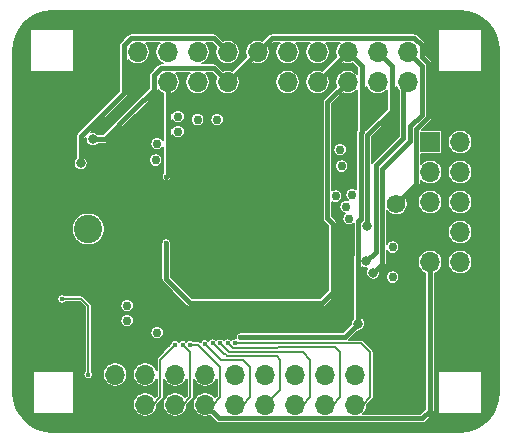
<source format=gbl>
G04 #@! TF.GenerationSoftware,KiCad,Pcbnew,(5.1.6)-1*
G04 #@! TF.CreationDate,2021-09-11T05:13:55-07:00*
G04 #@! TF.ProjectId,scum3c-devboard,7363756d-3363-42d6-9465-76626f617264,rev?*
G04 #@! TF.SameCoordinates,Original*
G04 #@! TF.FileFunction,Copper,L2,Bot*
G04 #@! TF.FilePolarity,Positive*
%FSLAX46Y46*%
G04 Gerber Fmt 4.6, Leading zero omitted, Abs format (unit mm)*
G04 Created by KiCad (PCBNEW (5.1.6)-1) date 2021-09-11 05:13:55*
%MOMM*%
%LPD*%
G01*
G04 APERTURE LIST*
G04 #@! TA.AperFunction,ComponentPad*
%ADD10C,1.574800*%
G04 #@! TD*
G04 #@! TA.AperFunction,ComponentPad*
%ADD11C,2.400000*%
G04 #@! TD*
G04 #@! TA.AperFunction,ComponentPad*
%ADD12R,1.700000X1.700000*%
G04 #@! TD*
G04 #@! TA.AperFunction,ComponentPad*
%ADD13O,1.700000X1.700000*%
G04 #@! TD*
G04 #@! TA.AperFunction,ComponentPad*
%ADD14C,0.762000*%
G04 #@! TD*
G04 #@! TA.AperFunction,ComponentPad*
%ADD15C,0.568750*%
G04 #@! TD*
G04 #@! TA.AperFunction,ViaPad*
%ADD16C,0.406400*%
G04 #@! TD*
G04 #@! TA.AperFunction,ViaPad*
%ADD17C,0.812800*%
G04 #@! TD*
G04 #@! TA.AperFunction,Conductor*
%ADD18C,0.406400*%
G04 #@! TD*
G04 #@! TA.AperFunction,Conductor*
%ADD19C,0.203200*%
G04 #@! TD*
G04 #@! TA.AperFunction,Conductor*
%ADD20C,0.127000*%
G04 #@! TD*
G04 APERTURE END LIST*
D10*
G04 #@! TO.P,B1,2*
G04 #@! TO.N,+EXT_BAT*
X108889800Y-67310000D03*
G04 #@! TO.P,B1,1*
G04 #@! TO.N,GND*
X88392000Y-67310000D03*
G04 #@! TD*
D11*
G04 #@! TO.P,J4,5*
G04 #@! TO.N,GND*
X85344000Y-72009000D03*
G04 #@! TO.P,J4,4*
X80264000Y-72009000D03*
G04 #@! TO.P,J4,3*
X85344000Y-66929000D03*
G04 #@! TO.P,J4,2*
X80264000Y-66929000D03*
G04 #@! TO.P,J4,1*
G04 #@! TO.N,/scumsheet/ANTENNA*
X82804000Y-69469000D03*
G04 #@! TD*
D12*
G04 #@! TO.P,J1,1*
G04 #@! TO.N,GND*
X84455000Y-57023000D03*
D13*
G04 #@! TO.P,J1,2*
X84455000Y-54483000D03*
G04 #@! TO.P,J1,3*
X86995000Y-57023000D03*
G04 #@! TO.P,J1,4*
G04 #@! TO.N,+1.8V_REG*
X86995000Y-54483000D03*
G04 #@! TO.P,J1,5*
G04 #@! TO.N,+VBAT*
X89535000Y-57023000D03*
G04 #@! TO.P,J1,6*
G04 #@! TO.N,+1.8V_REG*
X89535000Y-54483000D03*
G04 #@! TO.P,J1,7*
G04 #@! TO.N,+VDDD*
X92075000Y-57023000D03*
G04 #@! TO.P,J1,8*
G04 #@! TO.N,+1.1V_REG*
X92075000Y-54483000D03*
G04 #@! TO.P,J1,9*
G04 #@! TO.N,+EXT_BAT*
X94615000Y-57023000D03*
G04 #@! TO.P,J1,10*
G04 #@! TO.N,/1.1V_IN*
X94615000Y-54483000D03*
G04 #@! TO.P,J1,11*
G04 #@! TO.N,GND*
X97155000Y-57023000D03*
G04 #@! TO.P,J1,12*
G04 #@! TO.N,+EXT_BAT*
X97155000Y-54483000D03*
G04 #@! TO.P,J1,13*
G04 #@! TO.N,+VDDIO*
X99695000Y-57023000D03*
G04 #@! TO.P,J1,14*
G04 #@! TO.N,/IMU_VDDIO*
X99695000Y-54483000D03*
G04 #@! TO.P,J1,15*
G04 #@! TO.N,+VDDIO*
X102235000Y-57023000D03*
G04 #@! TO.P,J1,16*
G04 #@! TO.N,/IMU_VDD*
X102235000Y-54483000D03*
G04 #@! TO.P,J1,17*
G04 #@! TO.N,+VBAT*
X104775000Y-57023000D03*
G04 #@! TO.P,J1,18*
G04 #@! TO.N,+VDDIO*
X104775000Y-54483000D03*
G04 #@! TO.P,J1,19*
G04 #@! TO.N,+VDDD*
X107315000Y-57023000D03*
G04 #@! TO.P,J1,20*
G04 #@! TO.N,/BOOT_SOURCE_SEL*
X107315000Y-54483000D03*
G04 #@! TO.P,J1,21*
G04 #@! TO.N,/SENSOR_EXT_IN*
X109855000Y-57023000D03*
G04 #@! TO.P,J1,22*
G04 #@! TO.N,/SENSOR_LDO_OUTPUT*
X109855000Y-54483000D03*
G04 #@! TD*
G04 #@! TO.P,J3,10*
G04 #@! TO.N,/3WB_DATA*
X114300000Y-72263000D03*
G04 #@! TO.P,J3,9*
G04 #@! TO.N,/GPIO2*
X111760000Y-72263000D03*
G04 #@! TO.P,J3,8*
G04 #@! TO.N,/3WB_ENB*
X114300000Y-69723000D03*
G04 #@! TO.P,J3,7*
G04 #@! TO.N,GND*
X111760000Y-69723000D03*
G04 #@! TO.P,J3,6*
G04 #@! TO.N,/3WB_CLK*
X114300000Y-67183000D03*
G04 #@! TO.P,J3,5*
G04 #@! TO.N,/RsRx*
X111760000Y-67183000D03*
G04 #@! TO.P,J3,4*
G04 #@! TO.N,/HARD_RESET*
X114300000Y-64643000D03*
G04 #@! TO.P,J3,3*
G04 #@! TO.N,/RsTx*
X111760000Y-64643000D03*
G04 #@! TO.P,J3,2*
G04 #@! TO.N,+VBAT*
X114300000Y-62103000D03*
D12*
G04 #@! TO.P,J3,1*
G04 #@! TO.N,+NRF_VDDD*
X111760000Y-62103000D03*
G04 #@! TD*
D14*
G04 #@! TO.P,J21,1*
G04 #@! TO.N,Net-(J21-Pad1)*
X108585000Y-70993000D03*
G04 #@! TD*
G04 #@! TO.P,J20,1*
G04 #@! TO.N,Net-(J20-Pad1)*
X104140000Y-62738000D03*
G04 #@! TD*
G04 #@! TO.P,J19,1*
G04 #@! TO.N,Net-(J19-Pad1)*
X93726000Y-60198000D03*
G04 #@! TD*
G04 #@! TO.P,J18,1*
G04 #@! TO.N,Net-(J18-Pad1)*
X92075000Y-60198000D03*
G04 #@! TD*
G04 #@! TO.P,J14,1*
G04 #@! TO.N,Net-(J14-Pad1)*
X90424000Y-59944000D03*
G04 #@! TD*
G04 #@! TO.P,J12,1*
G04 #@! TO.N,Net-(J12-Pad1)*
X86106000Y-77216000D03*
G04 #@! TD*
G04 #@! TO.P,J17,1*
G04 #@! TO.N,Net-(J17-Pad1)*
X108585000Y-73533000D03*
G04 #@! TD*
G04 #@! TO.P,J16,1*
G04 #@! TO.N,Net-(J16-Pad1)*
X105156000Y-66548000D03*
G04 #@! TD*
G04 #@! TO.P,J15,1*
G04 #@! TO.N,Net-(J15-Pad1)*
X103759000Y-66675000D03*
G04 #@! TD*
G04 #@! TO.P,J13,1*
G04 #@! TO.N,Net-(J13-Pad1)*
X88646000Y-78232000D03*
G04 #@! TD*
G04 #@! TO.P,J11,1*
G04 #@! TO.N,Net-(J11-Pad1)*
X86106000Y-75946000D03*
G04 #@! TD*
G04 #@! TO.P,J10,1*
G04 #@! TO.N,Net-(J10-Pad1)*
X104648000Y-67564000D03*
G04 #@! TD*
G04 #@! TO.P,J9,1*
G04 #@! TO.N,Net-(J9-Pad1)*
X104902000Y-68580000D03*
G04 #@! TD*
G04 #@! TO.P,J8,1*
G04 #@! TO.N,Net-(J8-Pad1)*
X88519000Y-63627000D03*
G04 #@! TD*
G04 #@! TO.P,J7,1*
G04 #@! TO.N,Net-(J7-Pad1)*
X88646000Y-62230000D03*
G04 #@! TD*
G04 #@! TO.P,J6,1*
G04 #@! TO.N,Net-(J6-Pad1)*
X90424000Y-61214000D03*
G04 #@! TD*
G04 #@! TO.P,J5,1*
G04 #@! TO.N,Net-(J5-Pad1)*
X104267000Y-64135000D03*
G04 #@! TD*
G04 #@! TO.P,GND6,1*
G04 #@! TO.N,GND*
X106680000Y-59944000D03*
G04 #@! TD*
G04 #@! TO.P,GND5,1*
G04 #@! TO.N,GND*
X106680000Y-74422000D03*
G04 #@! TD*
G04 #@! TO.P,GND4,1*
G04 #@! TO.N,GND*
X107188000Y-62992000D03*
G04 #@! TD*
G04 #@! TO.P,GND3,1*
G04 #@! TO.N,GND*
X90678000Y-76962000D03*
G04 #@! TD*
G04 #@! TO.P,GND2,1*
G04 #@! TO.N,GND*
X84328000Y-76708000D03*
G04 #@! TD*
G04 #@! TO.P,GND1,1*
G04 #@! TO.N,GND*
X98552000Y-77724000D03*
G04 #@! TD*
D13*
G04 #@! TO.P,J2,20*
G04 #@! TO.N,GND*
X107950000Y-81788000D03*
G04 #@! TO.P,J2,19*
X107950000Y-84328000D03*
G04 #@! TO.P,J2,18*
G04 #@! TO.N,/GPIO15*
X105410000Y-81788000D03*
G04 #@! TO.P,J2,17*
G04 #@! TO.N,/GPIO7*
X105410000Y-84328000D03*
G04 #@! TO.P,J2,16*
G04 #@! TO.N,/GPIO14*
X102870000Y-81788000D03*
G04 #@! TO.P,J2,15*
G04 #@! TO.N,/GPIO6*
X102870000Y-84328000D03*
G04 #@! TO.P,J2,14*
G04 #@! TO.N,/GPIO13*
X100330000Y-81788000D03*
G04 #@! TO.P,J2,13*
G04 #@! TO.N,/GPIO5*
X100330000Y-84328000D03*
G04 #@! TO.P,J2,12*
G04 #@! TO.N,/GPIO12*
X97790000Y-81788000D03*
G04 #@! TO.P,J2,11*
G04 #@! TO.N,/GPIO4*
X97790000Y-84328000D03*
G04 #@! TO.P,J2,10*
G04 #@! TO.N,/GPIO11*
X95250000Y-81788000D03*
G04 #@! TO.P,J2,9*
G04 #@! TO.N,/GPIO3*
X95250000Y-84328000D03*
G04 #@! TO.P,J2,8*
G04 #@! TO.N,/GPIO10*
X92710000Y-81788000D03*
G04 #@! TO.P,J2,7*
G04 #@! TO.N,/GPIO2*
X92710000Y-84328000D03*
G04 #@! TO.P,J2,6*
G04 #@! TO.N,/GPIO9*
X90170000Y-81788000D03*
G04 #@! TO.P,J2,5*
G04 #@! TO.N,/GPIO1*
X90170000Y-84328000D03*
G04 #@! TO.P,J2,4*
G04 #@! TO.N,/GPIO8*
X87630000Y-81788000D03*
G04 #@! TO.P,J2,3*
G04 #@! TO.N,/GPIO0*
X87630000Y-84328000D03*
G04 #@! TO.P,J2,2*
G04 #@! TO.N,/GPIO1*
X85090000Y-81788000D03*
D12*
G04 #@! TO.P,J2,1*
G04 #@! TO.N,GND*
X85090000Y-84328000D03*
G04 #@! TD*
D15*
G04 #@! TO.P,U1,101*
G04 #@! TO.N,GND*
X100501250Y-72619250D03*
X100501250Y-71481750D03*
X100501250Y-70344250D03*
X100501250Y-69206750D03*
X100501250Y-68069250D03*
X100501250Y-66931750D03*
X100501250Y-65794250D03*
X100501250Y-64656750D03*
X99363750Y-72619250D03*
X99363750Y-71481750D03*
X99363750Y-70344250D03*
X99363750Y-69206750D03*
X99363750Y-68069250D03*
X99363750Y-66931750D03*
X99363750Y-65794250D03*
X99363750Y-64656750D03*
X98226250Y-72619250D03*
X98226250Y-71481750D03*
X98226250Y-70344250D03*
X98226250Y-69206750D03*
X98226250Y-68069250D03*
X98226250Y-66931750D03*
X98226250Y-65794250D03*
X98226250Y-64656750D03*
X97088750Y-72619250D03*
X97088750Y-71481750D03*
X97088750Y-70344250D03*
X97088750Y-69206750D03*
X97088750Y-68069250D03*
X97088750Y-66931750D03*
X97088750Y-65794250D03*
X97088750Y-64656750D03*
X95951250Y-72619250D03*
X95951250Y-71481750D03*
X95951250Y-70344250D03*
X95951250Y-69206750D03*
X95951250Y-68069250D03*
X95951250Y-66931750D03*
X95951250Y-65794250D03*
X95951250Y-64656750D03*
X94813750Y-72619250D03*
X94813750Y-71481750D03*
X94813750Y-70344250D03*
X94813750Y-69206750D03*
X94813750Y-68069250D03*
X94813750Y-66931750D03*
X94813750Y-65794250D03*
X94813750Y-64656750D03*
X93676250Y-72619250D03*
X93676250Y-71481750D03*
X93676250Y-70344250D03*
X93676250Y-69206750D03*
X93676250Y-68069250D03*
X93676250Y-66931750D03*
X93676250Y-65794250D03*
X93676250Y-64656750D03*
X92538750Y-72619250D03*
X92538750Y-71481750D03*
X92538750Y-70344250D03*
X92538750Y-69206750D03*
X92538750Y-68069250D03*
X92538750Y-66931750D03*
X92538750Y-65794250D03*
X92538750Y-64656750D03*
G04 #@! TD*
D16*
G04 #@! TO.N,GND*
X89535000Y-79248000D03*
G04 #@! TO.N,+VBAT*
X103505000Y-70358000D03*
X103505000Y-69006200D03*
X89408000Y-65024000D03*
X91440000Y-75692000D03*
X89408000Y-70612000D03*
G04 #@! TO.N,+VDDIO*
X95688200Y-78613000D03*
D17*
X105664000Y-77470000D03*
D16*
G04 #@! TO.N,/GPIO7*
X95250000Y-79120990D03*
G04 #@! TO.N,/GPIO5*
X93980000Y-79120990D03*
G04 #@! TO.N,/GPIO3*
X92669778Y-79176680D03*
G04 #@! TO.N,/GPIO1*
X90805000Y-79248000D03*
G04 #@! TO.N,/GPIO6*
X94615000Y-79120990D03*
G04 #@! TO.N,/GPIO4*
X93345000Y-79120990D03*
G04 #@! TO.N,/GPIO2*
X91440000Y-79248000D03*
G04 #@! TO.N,/GPIO0*
X90170000Y-79248000D03*
D17*
G04 #@! TO.N,/SENSOR_LDO_OUTPUT*
X106934000Y-73152000D03*
G04 #@! TO.N,/SENSOR_EXT_IN*
X106357987Y-72204013D03*
G04 #@! TO.N,/BOOT_SOURCE_SEL*
X106425990Y-69203000D03*
D16*
G04 #@! TO.N,/GPIO13*
X82804000Y-81788000D03*
X80569329Y-75386671D03*
D17*
G04 #@! TO.N,+EXT_BAT*
X83185000Y-61849000D03*
G04 #@! TO.N,/1.1V_IN*
X82169000Y-63881000D03*
G04 #@! TD*
D18*
G04 #@! TO.N,+VBAT*
X103505000Y-69006200D02*
X103505000Y-70358000D01*
X91440000Y-75692000D02*
X89408000Y-73660000D01*
X103047799Y-58750201D02*
X104775000Y-57023000D01*
X103047799Y-68548999D02*
X103047799Y-58750201D01*
X103505000Y-69006200D02*
X103047799Y-68548999D01*
X91440000Y-75692000D02*
X102616000Y-75692000D01*
X103505000Y-74803000D02*
X103505000Y-70358000D01*
X102616000Y-75692000D02*
X103505000Y-74803000D01*
X89535000Y-64897000D02*
X89408000Y-65024000D01*
X89535000Y-57023000D02*
X89535000Y-64897000D01*
X89408000Y-73660000D02*
X89408000Y-70612000D01*
G04 #@! TO.N,+VDDIO*
X104775000Y-54483000D02*
X102235000Y-57023000D01*
X104521000Y-78613000D02*
X105664000Y-77470000D01*
X95688200Y-78613000D02*
X104521000Y-78613000D01*
X105664000Y-77470000D02*
X105621386Y-77427386D01*
X105689389Y-71782441D02*
X105689389Y-68808611D01*
X105621386Y-77427386D02*
X105621386Y-71850444D01*
X105621386Y-71850444D02*
X105689389Y-71782441D01*
X105689389Y-68808611D02*
X105892580Y-68605420D01*
X105892580Y-61321467D02*
X105892580Y-68605420D01*
X105955201Y-61258846D02*
X105892580Y-61321467D01*
X105955201Y-55663201D02*
X105955201Y-61258846D01*
X104775000Y-54483000D02*
X105955201Y-55663201D01*
D19*
G04 #@! TO.N,/GPIO7*
X105410000Y-84328000D02*
X106045000Y-84328000D01*
X106045000Y-84328000D02*
X106680000Y-83693000D01*
X106680000Y-83693000D02*
X106680000Y-79883000D01*
X106680000Y-79883000D02*
X105917990Y-79120990D01*
X95250000Y-79120990D02*
X105917990Y-79120990D01*
G04 #@! TO.N,/GPIO5*
X93980000Y-79120990D02*
X94742010Y-79883000D01*
X94742010Y-79883000D02*
X100965000Y-79883000D01*
X100965000Y-79883000D02*
X101600000Y-80518000D01*
X101600000Y-80518000D02*
X101600000Y-83693000D01*
X100965000Y-84328000D02*
X100330000Y-84328000D01*
X101600000Y-83693000D02*
X100965000Y-84328000D01*
G04 #@! TO.N,/GPIO3*
X92669778Y-79176680D02*
X94036518Y-80543420D01*
X94036518Y-80543420D02*
X95910420Y-80543420D01*
X95910420Y-80543420D02*
X96520000Y-81153000D01*
X96520000Y-81153000D02*
X96520000Y-83693000D01*
X95885000Y-84328000D02*
X95250000Y-84328000D01*
X96520000Y-83693000D02*
X95885000Y-84328000D01*
G04 #@! TO.N,/GPIO1*
X90805000Y-79248000D02*
X91440000Y-79883000D01*
X91440000Y-79883000D02*
X91440000Y-83693000D01*
X91440000Y-83693000D02*
X90805000Y-84328000D01*
X90805000Y-84328000D02*
X90170000Y-84328000D01*
G04 #@! TO.N,/GPIO6*
X98755209Y-79552791D02*
X98856800Y-79451200D01*
X94615000Y-79120990D02*
X95046801Y-79552791D01*
X95046801Y-79552791D02*
X98755209Y-79552791D01*
X98856800Y-79451200D02*
X103708200Y-79451200D01*
X103708200Y-79451200D02*
X104140000Y-79883000D01*
X104140000Y-79883000D02*
X104140000Y-83693000D01*
X102870000Y-84328000D02*
X103505000Y-84328000D01*
X103505000Y-84328000D02*
X104140000Y-83693000D01*
G04 #@! TO.N,/GPIO4*
X93345000Y-79120990D02*
X94276998Y-80052988D01*
X97790000Y-84328000D02*
X99060000Y-83058000D01*
X99060000Y-83058000D02*
X99060000Y-80518000D01*
X99060000Y-80518000D02*
X98755210Y-80213210D01*
X94445011Y-80052988D02*
X94276998Y-80052988D01*
X94605233Y-80213210D02*
X94445011Y-80052988D01*
X98755210Y-80213210D02*
X94605233Y-80213210D01*
G04 #@! TO.N,/GPIO2*
X93980000Y-81153000D02*
X92075000Y-79248000D01*
X93980000Y-83693000D02*
X93980000Y-81153000D01*
X92710000Y-84328000D02*
X93345000Y-84328000D01*
X92075000Y-79248000D02*
X91440000Y-79248000D01*
X93345000Y-84328000D02*
X93980000Y-83693000D01*
D18*
X93890201Y-85508201D02*
X92710000Y-84328000D01*
X111087799Y-85508201D02*
X93890201Y-85508201D01*
X111760000Y-84836000D02*
X111087799Y-85508201D01*
X111760000Y-72263000D02*
X111760000Y-84836000D01*
D19*
G04 #@! TO.N,/GPIO0*
X90170000Y-79248000D02*
X88900000Y-80518000D01*
X88900000Y-80518000D02*
X88900000Y-83693000D01*
X88900000Y-83693000D02*
X88265000Y-84328000D01*
X88265000Y-84328000D02*
X87630000Y-84328000D01*
D18*
G04 #@! TO.N,/SENSOR_LDO_OUTPUT*
X111035201Y-55663201D02*
X109855000Y-54483000D01*
X111035201Y-59779083D02*
X111035201Y-55663201D01*
X106934000Y-73152000D02*
X107696000Y-72390000D01*
X107696000Y-64390778D02*
X110046389Y-62040389D01*
X110046389Y-62040389D02*
X110046389Y-60767894D01*
X107696000Y-72390000D02*
X107696000Y-64390778D01*
X110046389Y-60767894D02*
X111035201Y-59779083D01*
G04 #@! TO.N,/SENSOR_EXT_IN*
X109497312Y-57380688D02*
X109855000Y-57023000D01*
X107162590Y-64069988D02*
X109497312Y-61735266D01*
X109497312Y-61735266D02*
X109497312Y-57380688D01*
X107162590Y-71399410D02*
X107162590Y-64069988D01*
X106357987Y-72204013D02*
X107162590Y-71399410D01*
G04 #@! TO.N,/BOOT_SOURCE_SEL*
X108495201Y-55663201D02*
X107315000Y-54483000D01*
X106425990Y-61542412D02*
X108495201Y-59473201D01*
X108495201Y-59473201D02*
X108495201Y-55663201D01*
X106425990Y-69203000D02*
X106425990Y-61542412D01*
D19*
G04 #@! TO.N,/GPIO13*
X82804000Y-81788000D02*
X82804000Y-75946000D01*
X82804000Y-75946000D02*
X82244671Y-75386671D01*
X82244671Y-75386671D02*
X80569329Y-75386671D01*
D18*
G04 #@! TO.N,+EXT_BAT*
X86614000Y-59428354D02*
X86621646Y-59428354D01*
X93434799Y-55842799D02*
X94615000Y-57023000D01*
X88968503Y-55842799D02*
X93434799Y-55842799D01*
X88354799Y-57695201D02*
X88354799Y-56456503D01*
X88354799Y-56456503D02*
X88968503Y-55842799D01*
X86621646Y-59428354D02*
X88354799Y-57695201D01*
X97155000Y-54483000D02*
X94615000Y-57023000D01*
X111568611Y-60000029D02*
X110579799Y-60988841D01*
X111568611Y-55442256D02*
X111568611Y-60000029D01*
X111035201Y-54908847D02*
X111568611Y-55442256D01*
X111035201Y-53916503D02*
X111035201Y-54908847D01*
X98335201Y-53302799D02*
X110421497Y-53302799D01*
X110421497Y-53302799D02*
X111035201Y-53916503D01*
X97155000Y-54483000D02*
X98335201Y-53302799D01*
X110579799Y-65620001D02*
X110579799Y-60988841D01*
X108889800Y-67310000D02*
X110579799Y-65620001D01*
X84201000Y-61849000D02*
X86621646Y-59428354D01*
X83185000Y-61849000D02*
X84201000Y-61849000D01*
G04 #@! TO.N,/1.1V_IN*
X93434799Y-53302799D02*
X94615000Y-54483000D01*
X85814799Y-53916503D02*
X86428503Y-53302799D01*
X85814799Y-57957563D02*
X85814799Y-53916503D01*
X82169000Y-61603362D02*
X85814799Y-57957563D01*
X86428503Y-53302799D02*
X93434799Y-53302799D01*
X82169000Y-63881000D02*
X82169000Y-61603362D01*
G04 #@! TD*
D20*
G04 #@! TO.N,GND*
G36*
X114943603Y-51105562D02*
G01*
X115562691Y-51292476D01*
X116133684Y-51596078D01*
X116634836Y-52004808D01*
X117047052Y-52503091D01*
X117354631Y-53071947D01*
X117545865Y-53689722D01*
X117614657Y-54344237D01*
X117614700Y-54356560D01*
X117614701Y-83300193D01*
X117550438Y-83955602D01*
X117363524Y-84574691D01*
X117059919Y-85145689D01*
X116651195Y-85646834D01*
X116152913Y-86059050D01*
X115584048Y-86366633D01*
X114966277Y-86557866D01*
X114311764Y-86626657D01*
X114299439Y-86626700D01*
X79767797Y-86626700D01*
X79112398Y-86562438D01*
X78493309Y-86375524D01*
X77922311Y-86071919D01*
X77421166Y-85663195D01*
X77008950Y-85164913D01*
X76701367Y-84596048D01*
X76510134Y-83978277D01*
X76441343Y-83323764D01*
X76441300Y-83311439D01*
X76441300Y-81534000D01*
X78168500Y-81534000D01*
X78168500Y-85090000D01*
X78169720Y-85102388D01*
X78173334Y-85114300D01*
X78179202Y-85125279D01*
X78187099Y-85134901D01*
X78196721Y-85142798D01*
X78207700Y-85148666D01*
X78219612Y-85152280D01*
X78232000Y-85153500D01*
X81534000Y-85153500D01*
X81546388Y-85152280D01*
X81558300Y-85148666D01*
X81569279Y-85142798D01*
X81578901Y-85134901D01*
X81586798Y-85125279D01*
X81592666Y-85114300D01*
X81596280Y-85102388D01*
X81597500Y-85090000D01*
X81597500Y-81534000D01*
X81596280Y-81521612D01*
X81592666Y-81509700D01*
X81586798Y-81498721D01*
X81578901Y-81489099D01*
X81569279Y-81481202D01*
X81558300Y-81475334D01*
X81546388Y-81471720D01*
X81534000Y-81470500D01*
X78232000Y-81470500D01*
X78219612Y-81471720D01*
X78207700Y-81475334D01*
X78196721Y-81481202D01*
X78187099Y-81489099D01*
X78179202Y-81498721D01*
X78173334Y-81509700D01*
X78169720Y-81521612D01*
X78168500Y-81534000D01*
X76441300Y-81534000D01*
X76441300Y-75347895D01*
X80175629Y-75347895D01*
X80175629Y-75425447D01*
X80190759Y-75501509D01*
X80220437Y-75573158D01*
X80263522Y-75637640D01*
X80318360Y-75692478D01*
X80382842Y-75735563D01*
X80454491Y-75765241D01*
X80530553Y-75780371D01*
X80608105Y-75780371D01*
X80684167Y-75765241D01*
X80755816Y-75735563D01*
X80820298Y-75692478D01*
X80834005Y-75678771D01*
X82123680Y-75678771D01*
X82511901Y-76066993D01*
X82511900Y-81523324D01*
X82498193Y-81537031D01*
X82455108Y-81601513D01*
X82425430Y-81673162D01*
X82410300Y-81749224D01*
X82410300Y-81826776D01*
X82425430Y-81902838D01*
X82455108Y-81974487D01*
X82498193Y-82038969D01*
X82553031Y-82093807D01*
X82617513Y-82136892D01*
X82689162Y-82166570D01*
X82765224Y-82181700D01*
X82842776Y-82181700D01*
X82918838Y-82166570D01*
X82990487Y-82136892D01*
X83054969Y-82093807D01*
X83109807Y-82038969D01*
X83152892Y-81974487D01*
X83182570Y-81902838D01*
X83197700Y-81826776D01*
X83197700Y-81749224D01*
X83185029Y-81685520D01*
X84049500Y-81685520D01*
X84049500Y-81890480D01*
X84089485Y-82091503D01*
X84167920Y-82280862D01*
X84281791Y-82451280D01*
X84426720Y-82596209D01*
X84597138Y-82710080D01*
X84786497Y-82788515D01*
X84987520Y-82828500D01*
X85192480Y-82828500D01*
X85393503Y-82788515D01*
X85582862Y-82710080D01*
X85753280Y-82596209D01*
X85898209Y-82451280D01*
X86012080Y-82280862D01*
X86090515Y-82091503D01*
X86130500Y-81890480D01*
X86130500Y-81685520D01*
X86090515Y-81484497D01*
X86012080Y-81295138D01*
X85898209Y-81124720D01*
X85753280Y-80979791D01*
X85582862Y-80865920D01*
X85393503Y-80787485D01*
X85192480Y-80747500D01*
X84987520Y-80747500D01*
X84786497Y-80787485D01*
X84597138Y-80865920D01*
X84426720Y-80979791D01*
X84281791Y-81124720D01*
X84167920Y-81295138D01*
X84089485Y-81484497D01*
X84049500Y-81685520D01*
X83185029Y-81685520D01*
X83182570Y-81673162D01*
X83152892Y-81601513D01*
X83109807Y-81537031D01*
X83096100Y-81523324D01*
X83096100Y-78175712D01*
X88074500Y-78175712D01*
X88074500Y-78288288D01*
X88096463Y-78398700D01*
X88139543Y-78502707D01*
X88202087Y-78596310D01*
X88281690Y-78675913D01*
X88375293Y-78738457D01*
X88479300Y-78781537D01*
X88589712Y-78803500D01*
X88702288Y-78803500D01*
X88812700Y-78781537D01*
X88916707Y-78738457D01*
X89010310Y-78675913D01*
X89089913Y-78596310D01*
X89152457Y-78502707D01*
X89195537Y-78398700D01*
X89217500Y-78288288D01*
X89217500Y-78175712D01*
X89195537Y-78065300D01*
X89152457Y-77961293D01*
X89089913Y-77867690D01*
X89010310Y-77788087D01*
X88916707Y-77725543D01*
X88812700Y-77682463D01*
X88702288Y-77660500D01*
X88589712Y-77660500D01*
X88479300Y-77682463D01*
X88375293Y-77725543D01*
X88281690Y-77788087D01*
X88202087Y-77867690D01*
X88139543Y-77961293D01*
X88096463Y-78065300D01*
X88074500Y-78175712D01*
X83096100Y-78175712D01*
X83096100Y-77159712D01*
X85534500Y-77159712D01*
X85534500Y-77272288D01*
X85556463Y-77382700D01*
X85599543Y-77486707D01*
X85662087Y-77580310D01*
X85741690Y-77659913D01*
X85835293Y-77722457D01*
X85939300Y-77765537D01*
X86049712Y-77787500D01*
X86162288Y-77787500D01*
X86272700Y-77765537D01*
X86376707Y-77722457D01*
X86470310Y-77659913D01*
X86549913Y-77580310D01*
X86612457Y-77486707D01*
X86655537Y-77382700D01*
X86677500Y-77272288D01*
X86677500Y-77159712D01*
X86655537Y-77049300D01*
X86612457Y-76945293D01*
X86549913Y-76851690D01*
X86470310Y-76772087D01*
X86376707Y-76709543D01*
X86272700Y-76666463D01*
X86162288Y-76644500D01*
X86049712Y-76644500D01*
X85939300Y-76666463D01*
X85835293Y-76709543D01*
X85741690Y-76772087D01*
X85662087Y-76851690D01*
X85599543Y-76945293D01*
X85556463Y-77049300D01*
X85534500Y-77159712D01*
X83096100Y-77159712D01*
X83096100Y-75960346D01*
X83097513Y-75946000D01*
X83091969Y-75889712D01*
X85534500Y-75889712D01*
X85534500Y-76002288D01*
X85556463Y-76112700D01*
X85599543Y-76216707D01*
X85662087Y-76310310D01*
X85741690Y-76389913D01*
X85835293Y-76452457D01*
X85939300Y-76495537D01*
X86049712Y-76517500D01*
X86162288Y-76517500D01*
X86272700Y-76495537D01*
X86376707Y-76452457D01*
X86470310Y-76389913D01*
X86549913Y-76310310D01*
X86612457Y-76216707D01*
X86655537Y-76112700D01*
X86677500Y-76002288D01*
X86677500Y-75889712D01*
X86655537Y-75779300D01*
X86612457Y-75675293D01*
X86549913Y-75581690D01*
X86470310Y-75502087D01*
X86376707Y-75439543D01*
X86272700Y-75396463D01*
X86162288Y-75374500D01*
X86049712Y-75374500D01*
X85939300Y-75396463D01*
X85835293Y-75439543D01*
X85741690Y-75502087D01*
X85662087Y-75581690D01*
X85599543Y-75675293D01*
X85556463Y-75779300D01*
X85534500Y-75889712D01*
X83091969Y-75889712D01*
X83091873Y-75888738D01*
X83075171Y-75833677D01*
X83048047Y-75782933D01*
X83020690Y-75749598D01*
X83020689Y-75749597D01*
X83011545Y-75738455D01*
X83000403Y-75729311D01*
X82461364Y-75190273D01*
X82452216Y-75179126D01*
X82407738Y-75142624D01*
X82356994Y-75115500D01*
X82301933Y-75098798D01*
X82259017Y-75094571D01*
X82259009Y-75094571D01*
X82244671Y-75093159D01*
X82230333Y-75094571D01*
X80834005Y-75094571D01*
X80820298Y-75080864D01*
X80755816Y-75037779D01*
X80684167Y-75008101D01*
X80608105Y-74992971D01*
X80530553Y-74992971D01*
X80454491Y-75008101D01*
X80382842Y-75037779D01*
X80318360Y-75080864D01*
X80263522Y-75135702D01*
X80220437Y-75200184D01*
X80190759Y-75271833D01*
X80175629Y-75347895D01*
X76441300Y-75347895D01*
X76441300Y-69332048D01*
X81413500Y-69332048D01*
X81413500Y-69605952D01*
X81466936Y-69874594D01*
X81571755Y-70127649D01*
X81723928Y-70355392D01*
X81917608Y-70549072D01*
X82145351Y-70701245D01*
X82398406Y-70806064D01*
X82667048Y-70859500D01*
X82940952Y-70859500D01*
X83209594Y-70806064D01*
X83462649Y-70701245D01*
X83690392Y-70549072D01*
X83884072Y-70355392D01*
X84036245Y-70127649D01*
X84141064Y-69874594D01*
X84194500Y-69605952D01*
X84194500Y-69332048D01*
X84141064Y-69063406D01*
X84036245Y-68810351D01*
X83884072Y-68582608D01*
X83690392Y-68388928D01*
X83462649Y-68236755D01*
X83209594Y-68131936D01*
X82940952Y-68078500D01*
X82667048Y-68078500D01*
X82398406Y-68131936D01*
X82145351Y-68236755D01*
X81917608Y-68388928D01*
X81723928Y-68582608D01*
X81571755Y-68810351D01*
X81466936Y-69063406D01*
X81413500Y-69332048D01*
X76441300Y-69332048D01*
X76441300Y-63822210D01*
X81572100Y-63822210D01*
X81572100Y-63939790D01*
X81595039Y-64055109D01*
X81640034Y-64163738D01*
X81705358Y-64261501D01*
X81788499Y-64344642D01*
X81886262Y-64409966D01*
X81994891Y-64454961D01*
X82110210Y-64477900D01*
X82227790Y-64477900D01*
X82343109Y-64454961D01*
X82451738Y-64409966D01*
X82549501Y-64344642D01*
X82632642Y-64261501D01*
X82697966Y-64163738D01*
X82742961Y-64055109D01*
X82765900Y-63939790D01*
X82765900Y-63822210D01*
X82742961Y-63706891D01*
X82697966Y-63598262D01*
X82679558Y-63570712D01*
X87947500Y-63570712D01*
X87947500Y-63683288D01*
X87969463Y-63793700D01*
X88012543Y-63897707D01*
X88075087Y-63991310D01*
X88154690Y-64070913D01*
X88248293Y-64133457D01*
X88352300Y-64176537D01*
X88462712Y-64198500D01*
X88575288Y-64198500D01*
X88685700Y-64176537D01*
X88789707Y-64133457D01*
X88883310Y-64070913D01*
X88962913Y-63991310D01*
X89025457Y-63897707D01*
X89068537Y-63793700D01*
X89090500Y-63683288D01*
X89090500Y-63570712D01*
X89068537Y-63460300D01*
X89025457Y-63356293D01*
X88962913Y-63262690D01*
X88883310Y-63183087D01*
X88789707Y-63120543D01*
X88685700Y-63077463D01*
X88575288Y-63055500D01*
X88462712Y-63055500D01*
X88352300Y-63077463D01*
X88248293Y-63120543D01*
X88154690Y-63183087D01*
X88075087Y-63262690D01*
X88012543Y-63356293D01*
X87969463Y-63460300D01*
X87947500Y-63570712D01*
X82679558Y-63570712D01*
X82632642Y-63500499D01*
X82562700Y-63430557D01*
X82562700Y-61766437D01*
X82600310Y-61728827D01*
X82588100Y-61790210D01*
X82588100Y-61907790D01*
X82611039Y-62023109D01*
X82656034Y-62131738D01*
X82721358Y-62229501D01*
X82804499Y-62312642D01*
X82902262Y-62377966D01*
X83010891Y-62422961D01*
X83126210Y-62445900D01*
X83243790Y-62445900D01*
X83359109Y-62422961D01*
X83467738Y-62377966D01*
X83565501Y-62312642D01*
X83635443Y-62242700D01*
X84181678Y-62242700D01*
X84201000Y-62244603D01*
X84220322Y-62242700D01*
X84220333Y-62242700D01*
X84278179Y-62237003D01*
X84352391Y-62214490D01*
X84420786Y-62177933D01*
X84480734Y-62128734D01*
X84493060Y-62113715D01*
X86886366Y-59720410D01*
X86901380Y-59708088D01*
X86913704Y-59693072D01*
X88619521Y-57987255D01*
X88634533Y-57974935D01*
X88646857Y-57959919D01*
X88683732Y-57914988D01*
X88720288Y-57846593D01*
X88720289Y-57846592D01*
X88742802Y-57772380D01*
X88748499Y-57714534D01*
X88748499Y-57714524D01*
X88749085Y-57708574D01*
X88871720Y-57831209D01*
X89042138Y-57945080D01*
X89141300Y-57986154D01*
X89141301Y-61942596D01*
X89089913Y-61865690D01*
X89010310Y-61786087D01*
X88916707Y-61723543D01*
X88812700Y-61680463D01*
X88702288Y-61658500D01*
X88589712Y-61658500D01*
X88479300Y-61680463D01*
X88375293Y-61723543D01*
X88281690Y-61786087D01*
X88202087Y-61865690D01*
X88139543Y-61959293D01*
X88096463Y-62063300D01*
X88074500Y-62173712D01*
X88074500Y-62286288D01*
X88096463Y-62396700D01*
X88139543Y-62500707D01*
X88202087Y-62594310D01*
X88281690Y-62673913D01*
X88375293Y-62736457D01*
X88479300Y-62779537D01*
X88589712Y-62801500D01*
X88702288Y-62801500D01*
X88812700Y-62779537D01*
X88916707Y-62736457D01*
X89010310Y-62673913D01*
X89089913Y-62594310D01*
X89141301Y-62517403D01*
X89141301Y-64733923D01*
X89102193Y-64773031D01*
X89091388Y-64789202D01*
X89079067Y-64804215D01*
X89069911Y-64821345D01*
X89059108Y-64837513D01*
X89051665Y-64855481D01*
X89042510Y-64872610D01*
X89036873Y-64891194D01*
X89029430Y-64909162D01*
X89025636Y-64928237D01*
X89019998Y-64946822D01*
X89018095Y-64966147D01*
X89014300Y-64985224D01*
X89014300Y-65004678D01*
X89012397Y-65024000D01*
X89014300Y-65043322D01*
X89014300Y-65062776D01*
X89018095Y-65081853D01*
X89019998Y-65101178D01*
X89025636Y-65119763D01*
X89029430Y-65138838D01*
X89036873Y-65156806D01*
X89042510Y-65175390D01*
X89051665Y-65192519D01*
X89059108Y-65210487D01*
X89069911Y-65226655D01*
X89079067Y-65243785D01*
X89091389Y-65258799D01*
X89102193Y-65274969D01*
X89115946Y-65288722D01*
X89128266Y-65303734D01*
X89143278Y-65316054D01*
X89157031Y-65329807D01*
X89173201Y-65340611D01*
X89188215Y-65352933D01*
X89205345Y-65362089D01*
X89221513Y-65372892D01*
X89239481Y-65380335D01*
X89256610Y-65389490D01*
X89275194Y-65395127D01*
X89293162Y-65402570D01*
X89312237Y-65406364D01*
X89330822Y-65412002D01*
X89350147Y-65413905D01*
X89369224Y-65417700D01*
X89388678Y-65417700D01*
X89408000Y-65419603D01*
X89427322Y-65417700D01*
X89446776Y-65417700D01*
X89465853Y-65413905D01*
X89485178Y-65412002D01*
X89503763Y-65406364D01*
X89522838Y-65402570D01*
X89540806Y-65395127D01*
X89559390Y-65389490D01*
X89576519Y-65380335D01*
X89594487Y-65372892D01*
X89610655Y-65362089D01*
X89627785Y-65352933D01*
X89642798Y-65340612D01*
X89658969Y-65329807D01*
X89713807Y-65274969D01*
X89713809Y-65274966D01*
X89799715Y-65189060D01*
X89814734Y-65176734D01*
X89863933Y-65116786D01*
X89900490Y-65048391D01*
X89923003Y-64974179D01*
X89928700Y-64916333D01*
X89928700Y-64916323D01*
X89930603Y-64897001D01*
X89928700Y-64877678D01*
X89928700Y-61501405D01*
X89980087Y-61578310D01*
X90059690Y-61657913D01*
X90153293Y-61720457D01*
X90257300Y-61763537D01*
X90367712Y-61785500D01*
X90480288Y-61785500D01*
X90590700Y-61763537D01*
X90694707Y-61720457D01*
X90788310Y-61657913D01*
X90867913Y-61578310D01*
X90930457Y-61484707D01*
X90973537Y-61380700D01*
X90995500Y-61270288D01*
X90995500Y-61157712D01*
X90973537Y-61047300D01*
X90930457Y-60943293D01*
X90867913Y-60849690D01*
X90788310Y-60770087D01*
X90694707Y-60707543D01*
X90590700Y-60664463D01*
X90480288Y-60642500D01*
X90367712Y-60642500D01*
X90257300Y-60664463D01*
X90153293Y-60707543D01*
X90059690Y-60770087D01*
X89980087Y-60849690D01*
X89928700Y-60926595D01*
X89928700Y-60231405D01*
X89980087Y-60308310D01*
X90059690Y-60387913D01*
X90153293Y-60450457D01*
X90257300Y-60493537D01*
X90367712Y-60515500D01*
X90480288Y-60515500D01*
X90590700Y-60493537D01*
X90694707Y-60450457D01*
X90788310Y-60387913D01*
X90867913Y-60308310D01*
X90930457Y-60214707D01*
X90960691Y-60141712D01*
X91503500Y-60141712D01*
X91503500Y-60254288D01*
X91525463Y-60364700D01*
X91568543Y-60468707D01*
X91631087Y-60562310D01*
X91710690Y-60641913D01*
X91804293Y-60704457D01*
X91908300Y-60747537D01*
X92018712Y-60769500D01*
X92131288Y-60769500D01*
X92241700Y-60747537D01*
X92345707Y-60704457D01*
X92439310Y-60641913D01*
X92518913Y-60562310D01*
X92581457Y-60468707D01*
X92624537Y-60364700D01*
X92646500Y-60254288D01*
X92646500Y-60141712D01*
X93154500Y-60141712D01*
X93154500Y-60254288D01*
X93176463Y-60364700D01*
X93219543Y-60468707D01*
X93282087Y-60562310D01*
X93361690Y-60641913D01*
X93455293Y-60704457D01*
X93559300Y-60747537D01*
X93669712Y-60769500D01*
X93782288Y-60769500D01*
X93892700Y-60747537D01*
X93996707Y-60704457D01*
X94090310Y-60641913D01*
X94169913Y-60562310D01*
X94232457Y-60468707D01*
X94275537Y-60364700D01*
X94297500Y-60254288D01*
X94297500Y-60141712D01*
X94275537Y-60031300D01*
X94232457Y-59927293D01*
X94169913Y-59833690D01*
X94090310Y-59754087D01*
X93996707Y-59691543D01*
X93892700Y-59648463D01*
X93782288Y-59626500D01*
X93669712Y-59626500D01*
X93559300Y-59648463D01*
X93455293Y-59691543D01*
X93361690Y-59754087D01*
X93282087Y-59833690D01*
X93219543Y-59927293D01*
X93176463Y-60031300D01*
X93154500Y-60141712D01*
X92646500Y-60141712D01*
X92624537Y-60031300D01*
X92581457Y-59927293D01*
X92518913Y-59833690D01*
X92439310Y-59754087D01*
X92345707Y-59691543D01*
X92241700Y-59648463D01*
X92131288Y-59626500D01*
X92018712Y-59626500D01*
X91908300Y-59648463D01*
X91804293Y-59691543D01*
X91710690Y-59754087D01*
X91631087Y-59833690D01*
X91568543Y-59927293D01*
X91525463Y-60031300D01*
X91503500Y-60141712D01*
X90960691Y-60141712D01*
X90973537Y-60110700D01*
X90995500Y-60000288D01*
X90995500Y-59887712D01*
X90973537Y-59777300D01*
X90930457Y-59673293D01*
X90867913Y-59579690D01*
X90788310Y-59500087D01*
X90694707Y-59437543D01*
X90590700Y-59394463D01*
X90480288Y-59372500D01*
X90367712Y-59372500D01*
X90257300Y-59394463D01*
X90153293Y-59437543D01*
X90059690Y-59500087D01*
X89980087Y-59579690D01*
X89928700Y-59656595D01*
X89928700Y-57986154D01*
X90027862Y-57945080D01*
X90198280Y-57831209D01*
X90343209Y-57686280D01*
X90457080Y-57515862D01*
X90535515Y-57326503D01*
X90575500Y-57125480D01*
X90575500Y-56920520D01*
X90535515Y-56719497D01*
X90457080Y-56530138D01*
X90343209Y-56359720D01*
X90219988Y-56236499D01*
X91390012Y-56236499D01*
X91266791Y-56359720D01*
X91152920Y-56530138D01*
X91074485Y-56719497D01*
X91034500Y-56920520D01*
X91034500Y-57125480D01*
X91074485Y-57326503D01*
X91152920Y-57515862D01*
X91266791Y-57686280D01*
X91411720Y-57831209D01*
X91582138Y-57945080D01*
X91771497Y-58023515D01*
X91972520Y-58063500D01*
X92177480Y-58063500D01*
X92378503Y-58023515D01*
X92567862Y-57945080D01*
X92738280Y-57831209D01*
X92883209Y-57686280D01*
X92997080Y-57515862D01*
X93075515Y-57326503D01*
X93115500Y-57125480D01*
X93115500Y-56920520D01*
X93075515Y-56719497D01*
X92997080Y-56530138D01*
X92883209Y-56359720D01*
X92759988Y-56236499D01*
X93271724Y-56236499D01*
X93655559Y-56620335D01*
X93614485Y-56719497D01*
X93574500Y-56920520D01*
X93574500Y-57125480D01*
X93614485Y-57326503D01*
X93692920Y-57515862D01*
X93806791Y-57686280D01*
X93951720Y-57831209D01*
X94122138Y-57945080D01*
X94311497Y-58023515D01*
X94512520Y-58063500D01*
X94717480Y-58063500D01*
X94918503Y-58023515D01*
X95107862Y-57945080D01*
X95278280Y-57831209D01*
X95423209Y-57686280D01*
X95537080Y-57515862D01*
X95615515Y-57326503D01*
X95655500Y-57125480D01*
X95655500Y-56920520D01*
X98654500Y-56920520D01*
X98654500Y-57125480D01*
X98694485Y-57326503D01*
X98772920Y-57515862D01*
X98886791Y-57686280D01*
X99031720Y-57831209D01*
X99202138Y-57945080D01*
X99391497Y-58023515D01*
X99592520Y-58063500D01*
X99797480Y-58063500D01*
X99998503Y-58023515D01*
X100187862Y-57945080D01*
X100358280Y-57831209D01*
X100503209Y-57686280D01*
X100617080Y-57515862D01*
X100695515Y-57326503D01*
X100735500Y-57125480D01*
X100735500Y-56920520D01*
X100695515Y-56719497D01*
X100617080Y-56530138D01*
X100503209Y-56359720D01*
X100358280Y-56214791D01*
X100187862Y-56100920D01*
X99998503Y-56022485D01*
X99797480Y-55982500D01*
X99592520Y-55982500D01*
X99391497Y-56022485D01*
X99202138Y-56100920D01*
X99031720Y-56214791D01*
X98886791Y-56359720D01*
X98772920Y-56530138D01*
X98694485Y-56719497D01*
X98654500Y-56920520D01*
X95655500Y-56920520D01*
X95615515Y-56719497D01*
X95574441Y-56620335D01*
X96752335Y-55442441D01*
X96851497Y-55483515D01*
X97052520Y-55523500D01*
X97257480Y-55523500D01*
X97458503Y-55483515D01*
X97647862Y-55405080D01*
X97818280Y-55291209D01*
X97963209Y-55146280D01*
X98077080Y-54975862D01*
X98155515Y-54786503D01*
X98195500Y-54585480D01*
X98195500Y-54380520D01*
X98155515Y-54179497D01*
X98114441Y-54080335D01*
X98498277Y-53696499D01*
X99010012Y-53696499D01*
X98886791Y-53819720D01*
X98772920Y-53990138D01*
X98694485Y-54179497D01*
X98654500Y-54380520D01*
X98654500Y-54585480D01*
X98694485Y-54786503D01*
X98772920Y-54975862D01*
X98886791Y-55146280D01*
X99031720Y-55291209D01*
X99202138Y-55405080D01*
X99391497Y-55483515D01*
X99592520Y-55523500D01*
X99797480Y-55523500D01*
X99998503Y-55483515D01*
X100187862Y-55405080D01*
X100358280Y-55291209D01*
X100503209Y-55146280D01*
X100617080Y-54975862D01*
X100695515Y-54786503D01*
X100735500Y-54585480D01*
X100735500Y-54380520D01*
X100695515Y-54179497D01*
X100617080Y-53990138D01*
X100503209Y-53819720D01*
X100379988Y-53696499D01*
X101550012Y-53696499D01*
X101426791Y-53819720D01*
X101312920Y-53990138D01*
X101234485Y-54179497D01*
X101194500Y-54380520D01*
X101194500Y-54585480D01*
X101234485Y-54786503D01*
X101312920Y-54975862D01*
X101426791Y-55146280D01*
X101571720Y-55291209D01*
X101742138Y-55405080D01*
X101931497Y-55483515D01*
X102132520Y-55523500D01*
X102337480Y-55523500D01*
X102538503Y-55483515D01*
X102727862Y-55405080D01*
X102898280Y-55291209D01*
X103043209Y-55146280D01*
X103157080Y-54975862D01*
X103235515Y-54786503D01*
X103275500Y-54585480D01*
X103275500Y-54380520D01*
X103235515Y-54179497D01*
X103157080Y-53990138D01*
X103043209Y-53819720D01*
X102919988Y-53696499D01*
X104090012Y-53696499D01*
X103966791Y-53819720D01*
X103852920Y-53990138D01*
X103774485Y-54179497D01*
X103734500Y-54380520D01*
X103734500Y-54585480D01*
X103774485Y-54786503D01*
X103815559Y-54885665D01*
X102637665Y-56063559D01*
X102538503Y-56022485D01*
X102337480Y-55982500D01*
X102132520Y-55982500D01*
X101931497Y-56022485D01*
X101742138Y-56100920D01*
X101571720Y-56214791D01*
X101426791Y-56359720D01*
X101312920Y-56530138D01*
X101234485Y-56719497D01*
X101194500Y-56920520D01*
X101194500Y-57125480D01*
X101234485Y-57326503D01*
X101312920Y-57515862D01*
X101426791Y-57686280D01*
X101571720Y-57831209D01*
X101742138Y-57945080D01*
X101931497Y-58023515D01*
X102132520Y-58063500D01*
X102337480Y-58063500D01*
X102538503Y-58023515D01*
X102727862Y-57945080D01*
X102898280Y-57831209D01*
X103043209Y-57686280D01*
X103157080Y-57515862D01*
X103235515Y-57326503D01*
X103275500Y-57125480D01*
X103275500Y-56920520D01*
X103235515Y-56719497D01*
X103194441Y-56620335D01*
X104372335Y-55442441D01*
X104471497Y-55483515D01*
X104672520Y-55523500D01*
X104877480Y-55523500D01*
X105078503Y-55483515D01*
X105177665Y-55442441D01*
X105561501Y-55826277D01*
X105561501Y-56338012D01*
X105438280Y-56214791D01*
X105267862Y-56100920D01*
X105078503Y-56022485D01*
X104877480Y-55982500D01*
X104672520Y-55982500D01*
X104471497Y-56022485D01*
X104282138Y-56100920D01*
X104111720Y-56214791D01*
X103966791Y-56359720D01*
X103852920Y-56530138D01*
X103774485Y-56719497D01*
X103734500Y-56920520D01*
X103734500Y-57125480D01*
X103774485Y-57326503D01*
X103815559Y-57425665D01*
X102783079Y-58458146D01*
X102768066Y-58470467D01*
X102755745Y-58485480D01*
X102755741Y-58485484D01*
X102718866Y-58530416D01*
X102682309Y-58598811D01*
X102659797Y-58673023D01*
X102652196Y-58750201D01*
X102654100Y-58769534D01*
X102654099Y-68529677D01*
X102652196Y-68548999D01*
X102654099Y-68568321D01*
X102654099Y-68568331D01*
X102659796Y-68626177D01*
X102682309Y-68700389D01*
X102718866Y-68768784D01*
X102768065Y-68828733D01*
X102783084Y-68841059D01*
X103111300Y-69169276D01*
X103111301Y-70319219D01*
X103111300Y-70319224D01*
X103111300Y-70396776D01*
X103111301Y-70396781D01*
X103111300Y-74639924D01*
X102452925Y-75298300D01*
X91603076Y-75298300D01*
X89801700Y-73496925D01*
X89801700Y-70573224D01*
X89797907Y-70554158D01*
X89796003Y-70534821D01*
X89790362Y-70516227D01*
X89786570Y-70497162D01*
X89779129Y-70479199D01*
X89773490Y-70460609D01*
X89764333Y-70443477D01*
X89756892Y-70425513D01*
X89746091Y-70409349D01*
X89736933Y-70392214D01*
X89724609Y-70377197D01*
X89713807Y-70361031D01*
X89700055Y-70347279D01*
X89687734Y-70332266D01*
X89672721Y-70319945D01*
X89658969Y-70306193D01*
X89642803Y-70295391D01*
X89627786Y-70283067D01*
X89610651Y-70273909D01*
X89594487Y-70263108D01*
X89576523Y-70255667D01*
X89559391Y-70246510D01*
X89540801Y-70240871D01*
X89522838Y-70233430D01*
X89503773Y-70229638D01*
X89485179Y-70223997D01*
X89465842Y-70222093D01*
X89446776Y-70218300D01*
X89427333Y-70218300D01*
X89408000Y-70216396D01*
X89388667Y-70218300D01*
X89369224Y-70218300D01*
X89350157Y-70222093D01*
X89330822Y-70223997D01*
X89312230Y-70229637D01*
X89293162Y-70233430D01*
X89275196Y-70240872D01*
X89256610Y-70246510D01*
X89239481Y-70255665D01*
X89221513Y-70263108D01*
X89205345Y-70273911D01*
X89188215Y-70283067D01*
X89173203Y-70295388D01*
X89157031Y-70306193D01*
X89143275Y-70319949D01*
X89128267Y-70332266D01*
X89115950Y-70347274D01*
X89102193Y-70361031D01*
X89091387Y-70377204D01*
X89079068Y-70392214D01*
X89069914Y-70409341D01*
X89059108Y-70425513D01*
X89051664Y-70443485D01*
X89042511Y-70460609D01*
X89036874Y-70479190D01*
X89029430Y-70497162D01*
X89025636Y-70516237D01*
X89019998Y-70534821D01*
X89018095Y-70554148D01*
X89014300Y-70573224D01*
X89014300Y-70650776D01*
X89014301Y-70650781D01*
X89014300Y-73640677D01*
X89012397Y-73660000D01*
X89014300Y-73679322D01*
X89014300Y-73679332D01*
X89019997Y-73737178D01*
X89042510Y-73811390D01*
X89079067Y-73879785D01*
X89128266Y-73939734D01*
X89143285Y-73952060D01*
X91134193Y-75942969D01*
X91147945Y-75956721D01*
X91160266Y-75971734D01*
X91175279Y-75984055D01*
X91189031Y-75997807D01*
X91205197Y-76008609D01*
X91220214Y-76020933D01*
X91237349Y-76030091D01*
X91253513Y-76040892D01*
X91271477Y-76048333D01*
X91288609Y-76057490D01*
X91307199Y-76063129D01*
X91325162Y-76070570D01*
X91344227Y-76074362D01*
X91362821Y-76080003D01*
X91382158Y-76081907D01*
X91401224Y-76085700D01*
X91420677Y-76085700D01*
X91440000Y-76087603D01*
X91459322Y-76085700D01*
X102596678Y-76085700D01*
X102616000Y-76087603D01*
X102635322Y-76085700D01*
X102635333Y-76085700D01*
X102693179Y-76080003D01*
X102767391Y-76057490D01*
X102835786Y-76020933D01*
X102895734Y-75971734D01*
X102908060Y-75956715D01*
X103769721Y-75095054D01*
X103784734Y-75082734D01*
X103833933Y-75022786D01*
X103870490Y-74954391D01*
X103893003Y-74880179D01*
X103898700Y-74822333D01*
X103898700Y-74822325D01*
X103900603Y-74803000D01*
X103898700Y-74783675D01*
X103898700Y-69025525D01*
X103900603Y-69006200D01*
X103898700Y-68986875D01*
X103898700Y-68967424D01*
X103894907Y-68948358D01*
X103893003Y-68929021D01*
X103887362Y-68910427D01*
X103883570Y-68891362D01*
X103876129Y-68873399D01*
X103870490Y-68854809D01*
X103861333Y-68837677D01*
X103853892Y-68819713D01*
X103843091Y-68803549D01*
X103833933Y-68786414D01*
X103821609Y-68771397D01*
X103810807Y-68755231D01*
X103797055Y-68741479D01*
X103784734Y-68726466D01*
X103769722Y-68714146D01*
X103755969Y-68700393D01*
X103441499Y-68385924D01*
X103441499Y-67150190D01*
X103488293Y-67181457D01*
X103592300Y-67224537D01*
X103702712Y-67246500D01*
X103815288Y-67246500D01*
X103925700Y-67224537D01*
X104029707Y-67181457D01*
X104123310Y-67118913D01*
X104202913Y-67039310D01*
X104265457Y-66945707D01*
X104308537Y-66841700D01*
X104330500Y-66731288D01*
X104330500Y-66618712D01*
X104308537Y-66508300D01*
X104265457Y-66404293D01*
X104202913Y-66310690D01*
X104123310Y-66231087D01*
X104029707Y-66168543D01*
X103925700Y-66125463D01*
X103815288Y-66103500D01*
X103702712Y-66103500D01*
X103592300Y-66125463D01*
X103488293Y-66168543D01*
X103441499Y-66199810D01*
X103441499Y-64078712D01*
X103695500Y-64078712D01*
X103695500Y-64191288D01*
X103717463Y-64301700D01*
X103760543Y-64405707D01*
X103823087Y-64499310D01*
X103902690Y-64578913D01*
X103996293Y-64641457D01*
X104100300Y-64684537D01*
X104210712Y-64706500D01*
X104323288Y-64706500D01*
X104433700Y-64684537D01*
X104537707Y-64641457D01*
X104631310Y-64578913D01*
X104710913Y-64499310D01*
X104773457Y-64405707D01*
X104816537Y-64301700D01*
X104838500Y-64191288D01*
X104838500Y-64078712D01*
X104816537Y-63968300D01*
X104773457Y-63864293D01*
X104710913Y-63770690D01*
X104631310Y-63691087D01*
X104537707Y-63628543D01*
X104433700Y-63585463D01*
X104323288Y-63563500D01*
X104210712Y-63563500D01*
X104100300Y-63585463D01*
X103996293Y-63628543D01*
X103902690Y-63691087D01*
X103823087Y-63770690D01*
X103760543Y-63864293D01*
X103717463Y-63968300D01*
X103695500Y-64078712D01*
X103441499Y-64078712D01*
X103441499Y-62681712D01*
X103568500Y-62681712D01*
X103568500Y-62794288D01*
X103590463Y-62904700D01*
X103633543Y-63008707D01*
X103696087Y-63102310D01*
X103775690Y-63181913D01*
X103869293Y-63244457D01*
X103973300Y-63287537D01*
X104083712Y-63309500D01*
X104196288Y-63309500D01*
X104306700Y-63287537D01*
X104410707Y-63244457D01*
X104504310Y-63181913D01*
X104583913Y-63102310D01*
X104646457Y-63008707D01*
X104689537Y-62904700D01*
X104711500Y-62794288D01*
X104711500Y-62681712D01*
X104689537Y-62571300D01*
X104646457Y-62467293D01*
X104583913Y-62373690D01*
X104504310Y-62294087D01*
X104410707Y-62231543D01*
X104306700Y-62188463D01*
X104196288Y-62166500D01*
X104083712Y-62166500D01*
X103973300Y-62188463D01*
X103869293Y-62231543D01*
X103775690Y-62294087D01*
X103696087Y-62373690D01*
X103633543Y-62467293D01*
X103590463Y-62571300D01*
X103568500Y-62681712D01*
X103441499Y-62681712D01*
X103441499Y-58913276D01*
X104372335Y-57982441D01*
X104471497Y-58023515D01*
X104672520Y-58063500D01*
X104877480Y-58063500D01*
X105078503Y-58023515D01*
X105267862Y-57945080D01*
X105438280Y-57831209D01*
X105561501Y-57707988D01*
X105561502Y-61105695D01*
X105527090Y-61170077D01*
X105504577Y-61244289D01*
X105498880Y-61302135D01*
X105498880Y-61302145D01*
X105496977Y-61321467D01*
X105498880Y-61340789D01*
X105498881Y-66089768D01*
X105426707Y-66041543D01*
X105322700Y-65998463D01*
X105212288Y-65976500D01*
X105099712Y-65976500D01*
X104989300Y-65998463D01*
X104885293Y-66041543D01*
X104791690Y-66104087D01*
X104712087Y-66183690D01*
X104649543Y-66277293D01*
X104606463Y-66381300D01*
X104584500Y-66491712D01*
X104584500Y-66604288D01*
X104606463Y-66714700D01*
X104649543Y-66818707D01*
X104712087Y-66912310D01*
X104791690Y-66991913D01*
X104842951Y-67026164D01*
X104814700Y-67014463D01*
X104704288Y-66992500D01*
X104591712Y-66992500D01*
X104481300Y-67014463D01*
X104377293Y-67057543D01*
X104283690Y-67120087D01*
X104204087Y-67199690D01*
X104141543Y-67293293D01*
X104098463Y-67397300D01*
X104076500Y-67507712D01*
X104076500Y-67620288D01*
X104098463Y-67730700D01*
X104141543Y-67834707D01*
X104204087Y-67928310D01*
X104283690Y-68007913D01*
X104377293Y-68070457D01*
X104481300Y-68113537D01*
X104550760Y-68127354D01*
X104537690Y-68136087D01*
X104458087Y-68215690D01*
X104395543Y-68309293D01*
X104352463Y-68413300D01*
X104330500Y-68523712D01*
X104330500Y-68636288D01*
X104352463Y-68746700D01*
X104395543Y-68850707D01*
X104458087Y-68944310D01*
X104537690Y-69023913D01*
X104631293Y-69086457D01*
X104735300Y-69129537D01*
X104845712Y-69151500D01*
X104958288Y-69151500D01*
X105068700Y-69129537D01*
X105172707Y-69086457D01*
X105266310Y-69023913D01*
X105295690Y-68994533D01*
X105295689Y-71626716D01*
X105292453Y-71630659D01*
X105255896Y-71699054D01*
X105233384Y-71773266D01*
X105225783Y-71850444D01*
X105227687Y-71869777D01*
X105227686Y-77062171D01*
X105200358Y-77089499D01*
X105135034Y-77187262D01*
X105090039Y-77295891D01*
X105067100Y-77411210D01*
X105067100Y-77510124D01*
X104357925Y-78219300D01*
X95649424Y-78219300D01*
X95630358Y-78223093D01*
X95611021Y-78224997D01*
X95592427Y-78230638D01*
X95573362Y-78234430D01*
X95555399Y-78241871D01*
X95536809Y-78247510D01*
X95519677Y-78256667D01*
X95501713Y-78264108D01*
X95485549Y-78274909D01*
X95468414Y-78284067D01*
X95453397Y-78296391D01*
X95437231Y-78307193D01*
X95423479Y-78320945D01*
X95408466Y-78333266D01*
X95396145Y-78348279D01*
X95382393Y-78362031D01*
X95371591Y-78378197D01*
X95359267Y-78393214D01*
X95350109Y-78410349D01*
X95339308Y-78426513D01*
X95331867Y-78444477D01*
X95322710Y-78461609D01*
X95317071Y-78480199D01*
X95309630Y-78498162D01*
X95305838Y-78517227D01*
X95300197Y-78535821D01*
X95298293Y-78555158D01*
X95294500Y-78574224D01*
X95294500Y-78593667D01*
X95292596Y-78613000D01*
X95294500Y-78632333D01*
X95294500Y-78651776D01*
X95298293Y-78670842D01*
X95300197Y-78690179D01*
X95305838Y-78708773D01*
X95309630Y-78727838D01*
X95311255Y-78731761D01*
X95288776Y-78727290D01*
X95211224Y-78727290D01*
X95135162Y-78742420D01*
X95063513Y-78772098D01*
X94999031Y-78815183D01*
X94944193Y-78870021D01*
X94932500Y-78887521D01*
X94920807Y-78870021D01*
X94865969Y-78815183D01*
X94801487Y-78772098D01*
X94729838Y-78742420D01*
X94653776Y-78727290D01*
X94576224Y-78727290D01*
X94500162Y-78742420D01*
X94428513Y-78772098D01*
X94364031Y-78815183D01*
X94309193Y-78870021D01*
X94297500Y-78887521D01*
X94285807Y-78870021D01*
X94230969Y-78815183D01*
X94166487Y-78772098D01*
X94094838Y-78742420D01*
X94018776Y-78727290D01*
X93941224Y-78727290D01*
X93865162Y-78742420D01*
X93793513Y-78772098D01*
X93729031Y-78815183D01*
X93674193Y-78870021D01*
X93662500Y-78887521D01*
X93650807Y-78870021D01*
X93595969Y-78815183D01*
X93531487Y-78772098D01*
X93459838Y-78742420D01*
X93383776Y-78727290D01*
X93306224Y-78727290D01*
X93230162Y-78742420D01*
X93158513Y-78772098D01*
X93094031Y-78815183D01*
X93039193Y-78870021D01*
X92996108Y-78934503D01*
X92990502Y-78948036D01*
X92975585Y-78925711D01*
X92920747Y-78870873D01*
X92856265Y-78827788D01*
X92784616Y-78798110D01*
X92708554Y-78782980D01*
X92631002Y-78782980D01*
X92554940Y-78798110D01*
X92483291Y-78827788D01*
X92418809Y-78870873D01*
X92363971Y-78925711D01*
X92320886Y-78990193D01*
X92294349Y-79054258D01*
X92291693Y-79051602D01*
X92282545Y-79040455D01*
X92238067Y-79003953D01*
X92187323Y-78976829D01*
X92132262Y-78960127D01*
X92089346Y-78955900D01*
X92089338Y-78955900D01*
X92075000Y-78954488D01*
X92060662Y-78955900D01*
X91704676Y-78955900D01*
X91690969Y-78942193D01*
X91626487Y-78899108D01*
X91554838Y-78869430D01*
X91478776Y-78854300D01*
X91401224Y-78854300D01*
X91325162Y-78869430D01*
X91253513Y-78899108D01*
X91189031Y-78942193D01*
X91134193Y-78997031D01*
X91122500Y-79014531D01*
X91110807Y-78997031D01*
X91055969Y-78942193D01*
X90991487Y-78899108D01*
X90919838Y-78869430D01*
X90843776Y-78854300D01*
X90766224Y-78854300D01*
X90690162Y-78869430D01*
X90618513Y-78899108D01*
X90554031Y-78942193D01*
X90499193Y-78997031D01*
X90487500Y-79014531D01*
X90475807Y-78997031D01*
X90420969Y-78942193D01*
X90356487Y-78899108D01*
X90284838Y-78869430D01*
X90208776Y-78854300D01*
X90131224Y-78854300D01*
X90055162Y-78869430D01*
X89983513Y-78899108D01*
X89919031Y-78942193D01*
X89864193Y-78997031D01*
X89821108Y-79061513D01*
X89791430Y-79133162D01*
X89776300Y-79209224D01*
X89776300Y-79228609D01*
X88703602Y-80301307D01*
X88692455Y-80310455D01*
X88655953Y-80354934D01*
X88628829Y-80405678D01*
X88612127Y-80460739D01*
X88607900Y-80503655D01*
X88607900Y-80503662D01*
X88606488Y-80518000D01*
X88607900Y-80532338D01*
X88607900Y-81429900D01*
X88552080Y-81295138D01*
X88438209Y-81124720D01*
X88293280Y-80979791D01*
X88122862Y-80865920D01*
X87933503Y-80787485D01*
X87732480Y-80747500D01*
X87527520Y-80747500D01*
X87326497Y-80787485D01*
X87137138Y-80865920D01*
X86966720Y-80979791D01*
X86821791Y-81124720D01*
X86707920Y-81295138D01*
X86629485Y-81484497D01*
X86589500Y-81685520D01*
X86589500Y-81890480D01*
X86629485Y-82091503D01*
X86707920Y-82280862D01*
X86821791Y-82451280D01*
X86966720Y-82596209D01*
X87137138Y-82710080D01*
X87326497Y-82788515D01*
X87527520Y-82828500D01*
X87732480Y-82828500D01*
X87933503Y-82788515D01*
X88122862Y-82710080D01*
X88293280Y-82596209D01*
X88438209Y-82451280D01*
X88552080Y-82280862D01*
X88607901Y-82146100D01*
X88607901Y-83572007D01*
X88469043Y-83710866D01*
X88438209Y-83664720D01*
X88293280Y-83519791D01*
X88122862Y-83405920D01*
X87933503Y-83327485D01*
X87732480Y-83287500D01*
X87527520Y-83287500D01*
X87326497Y-83327485D01*
X87137138Y-83405920D01*
X86966720Y-83519791D01*
X86821791Y-83664720D01*
X86707920Y-83835138D01*
X86629485Y-84024497D01*
X86589500Y-84225520D01*
X86589500Y-84430480D01*
X86629485Y-84631503D01*
X86707920Y-84820862D01*
X86821791Y-84991280D01*
X86966720Y-85136209D01*
X87137138Y-85250080D01*
X87326497Y-85328515D01*
X87527520Y-85368500D01*
X87732480Y-85368500D01*
X87933503Y-85328515D01*
X88122862Y-85250080D01*
X88293280Y-85136209D01*
X88438209Y-84991280D01*
X88552080Y-84820862D01*
X88630515Y-84631503D01*
X88670500Y-84430480D01*
X88670500Y-84335591D01*
X89096403Y-83909689D01*
X89107545Y-83900545D01*
X89119113Y-83886450D01*
X89144047Y-83856067D01*
X89171171Y-83805323D01*
X89187873Y-83750262D01*
X89193513Y-83693000D01*
X89192100Y-83678654D01*
X89192100Y-82146100D01*
X89247920Y-82280862D01*
X89361791Y-82451280D01*
X89506720Y-82596209D01*
X89677138Y-82710080D01*
X89866497Y-82788515D01*
X90067520Y-82828500D01*
X90272480Y-82828500D01*
X90473503Y-82788515D01*
X90662862Y-82710080D01*
X90833280Y-82596209D01*
X90978209Y-82451280D01*
X91092080Y-82280862D01*
X91147901Y-82146100D01*
X91147901Y-83572007D01*
X91009043Y-83710866D01*
X90978209Y-83664720D01*
X90833280Y-83519791D01*
X90662862Y-83405920D01*
X90473503Y-83327485D01*
X90272480Y-83287500D01*
X90067520Y-83287500D01*
X89866497Y-83327485D01*
X89677138Y-83405920D01*
X89506720Y-83519791D01*
X89361791Y-83664720D01*
X89247920Y-83835138D01*
X89169485Y-84024497D01*
X89129500Y-84225520D01*
X89129500Y-84430480D01*
X89169485Y-84631503D01*
X89247920Y-84820862D01*
X89361791Y-84991280D01*
X89506720Y-85136209D01*
X89677138Y-85250080D01*
X89866497Y-85328515D01*
X90067520Y-85368500D01*
X90272480Y-85368500D01*
X90473503Y-85328515D01*
X90662862Y-85250080D01*
X90833280Y-85136209D01*
X90978209Y-84991280D01*
X91092080Y-84820862D01*
X91170515Y-84631503D01*
X91210500Y-84430480D01*
X91210500Y-84335591D01*
X91636403Y-83909689D01*
X91647545Y-83900545D01*
X91659113Y-83886450D01*
X91684047Y-83856067D01*
X91711171Y-83805323D01*
X91727873Y-83750262D01*
X91733513Y-83693000D01*
X91732100Y-83678654D01*
X91732100Y-82146100D01*
X91787920Y-82280862D01*
X91901791Y-82451280D01*
X92046720Y-82596209D01*
X92217138Y-82710080D01*
X92406497Y-82788515D01*
X92607520Y-82828500D01*
X92812480Y-82828500D01*
X93013503Y-82788515D01*
X93202862Y-82710080D01*
X93373280Y-82596209D01*
X93518209Y-82451280D01*
X93632080Y-82280862D01*
X93687901Y-82146100D01*
X93687900Y-83572008D01*
X93549043Y-83710866D01*
X93518209Y-83664720D01*
X93373280Y-83519791D01*
X93202862Y-83405920D01*
X93013503Y-83327485D01*
X92812480Y-83287500D01*
X92607520Y-83287500D01*
X92406497Y-83327485D01*
X92217138Y-83405920D01*
X92046720Y-83519791D01*
X91901791Y-83664720D01*
X91787920Y-83835138D01*
X91709485Y-84024497D01*
X91669500Y-84225520D01*
X91669500Y-84430480D01*
X91709485Y-84631503D01*
X91787920Y-84820862D01*
X91901791Y-84991280D01*
X92046720Y-85136209D01*
X92217138Y-85250080D01*
X92406497Y-85328515D01*
X92607520Y-85368500D01*
X92812480Y-85368500D01*
X93013503Y-85328515D01*
X93112665Y-85287441D01*
X93598145Y-85772921D01*
X93610467Y-85787935D01*
X93625480Y-85800256D01*
X93625483Y-85800259D01*
X93670415Y-85837134D01*
X93738810Y-85873691D01*
X93813022Y-85896204D01*
X93870868Y-85901901D01*
X93870878Y-85901901D01*
X93890200Y-85903804D01*
X93909523Y-85901901D01*
X111068477Y-85901901D01*
X111087799Y-85903804D01*
X111107121Y-85901901D01*
X111107132Y-85901901D01*
X111164978Y-85896204D01*
X111239190Y-85873691D01*
X111307585Y-85837134D01*
X111367533Y-85787935D01*
X111379859Y-85772916D01*
X112024720Y-85128056D01*
X112039734Y-85115734D01*
X112079237Y-85067601D01*
X112088933Y-85055786D01*
X112125490Y-84987391D01*
X112148003Y-84913179D01*
X112148605Y-84907064D01*
X112153700Y-84855333D01*
X112153700Y-84855325D01*
X112155603Y-84836000D01*
X112153700Y-84816675D01*
X112153700Y-81534000D01*
X112458500Y-81534000D01*
X112458500Y-85090000D01*
X112459720Y-85102388D01*
X112463334Y-85114300D01*
X112469202Y-85125279D01*
X112477099Y-85134901D01*
X112486721Y-85142798D01*
X112497700Y-85148666D01*
X112509612Y-85152280D01*
X112522000Y-85153500D01*
X116078000Y-85153500D01*
X116090388Y-85152280D01*
X116102300Y-85148666D01*
X116113279Y-85142798D01*
X116122901Y-85134901D01*
X116130798Y-85125279D01*
X116136666Y-85114300D01*
X116140280Y-85102388D01*
X116141500Y-85090000D01*
X116141500Y-81534000D01*
X116140280Y-81521612D01*
X116136666Y-81509700D01*
X116130798Y-81498721D01*
X116122901Y-81489099D01*
X116113279Y-81481202D01*
X116102300Y-81475334D01*
X116090388Y-81471720D01*
X116078000Y-81470500D01*
X112522000Y-81470500D01*
X112509612Y-81471720D01*
X112497700Y-81475334D01*
X112486721Y-81481202D01*
X112477099Y-81489099D01*
X112469202Y-81498721D01*
X112463334Y-81509700D01*
X112459720Y-81521612D01*
X112458500Y-81534000D01*
X112153700Y-81534000D01*
X112153700Y-73226154D01*
X112252862Y-73185080D01*
X112423280Y-73071209D01*
X112568209Y-72926280D01*
X112682080Y-72755862D01*
X112760515Y-72566503D01*
X112800500Y-72365480D01*
X112800500Y-72160520D01*
X113259500Y-72160520D01*
X113259500Y-72365480D01*
X113299485Y-72566503D01*
X113377920Y-72755862D01*
X113491791Y-72926280D01*
X113636720Y-73071209D01*
X113807138Y-73185080D01*
X113996497Y-73263515D01*
X114197520Y-73303500D01*
X114402480Y-73303500D01*
X114603503Y-73263515D01*
X114792862Y-73185080D01*
X114963280Y-73071209D01*
X115108209Y-72926280D01*
X115222080Y-72755862D01*
X115300515Y-72566503D01*
X115340500Y-72365480D01*
X115340500Y-72160520D01*
X115300515Y-71959497D01*
X115222080Y-71770138D01*
X115108209Y-71599720D01*
X114963280Y-71454791D01*
X114792862Y-71340920D01*
X114603503Y-71262485D01*
X114402480Y-71222500D01*
X114197520Y-71222500D01*
X113996497Y-71262485D01*
X113807138Y-71340920D01*
X113636720Y-71454791D01*
X113491791Y-71599720D01*
X113377920Y-71770138D01*
X113299485Y-71959497D01*
X113259500Y-72160520D01*
X112800500Y-72160520D01*
X112760515Y-71959497D01*
X112682080Y-71770138D01*
X112568209Y-71599720D01*
X112423280Y-71454791D01*
X112252862Y-71340920D01*
X112063503Y-71262485D01*
X111862480Y-71222500D01*
X111657520Y-71222500D01*
X111456497Y-71262485D01*
X111267138Y-71340920D01*
X111096720Y-71454791D01*
X110951791Y-71599720D01*
X110837920Y-71770138D01*
X110759485Y-71959497D01*
X110719500Y-72160520D01*
X110719500Y-72365480D01*
X110759485Y-72566503D01*
X110837920Y-72755862D01*
X110951791Y-72926280D01*
X111096720Y-73071209D01*
X111267138Y-73185080D01*
X111366300Y-73226154D01*
X111366301Y-84672923D01*
X110924724Y-85114501D01*
X106094988Y-85114501D01*
X106218209Y-84991280D01*
X106332080Y-84820862D01*
X106410515Y-84631503D01*
X106450500Y-84430480D01*
X106450500Y-84335591D01*
X106876404Y-83909688D01*
X106887545Y-83900545D01*
X106899113Y-83886450D01*
X106924047Y-83856067D01*
X106951171Y-83805323D01*
X106967873Y-83750262D01*
X106973513Y-83693000D01*
X106972100Y-83678654D01*
X106972100Y-79897346D01*
X106973513Y-79883000D01*
X106967873Y-79825738D01*
X106951171Y-79770677D01*
X106924047Y-79719933D01*
X106896690Y-79686598D01*
X106896689Y-79686597D01*
X106887545Y-79675455D01*
X106876402Y-79666310D01*
X106134683Y-78924592D01*
X106125535Y-78913445D01*
X106081057Y-78876943D01*
X106030313Y-78849819D01*
X105975252Y-78833117D01*
X105932336Y-78828890D01*
X105932328Y-78828890D01*
X105917990Y-78827478D01*
X105903652Y-78828890D01*
X104861885Y-78828890D01*
X105623876Y-78066900D01*
X105722790Y-78066900D01*
X105838109Y-78043961D01*
X105946738Y-77998966D01*
X106044501Y-77933642D01*
X106127642Y-77850501D01*
X106192966Y-77752738D01*
X106237961Y-77644109D01*
X106260900Y-77528790D01*
X106260900Y-77411210D01*
X106237961Y-77295891D01*
X106192966Y-77187262D01*
X106127642Y-77089499D01*
X106044501Y-77006358D01*
X106015086Y-76986703D01*
X106015086Y-72692779D01*
X106075249Y-72732979D01*
X106183878Y-72777974D01*
X106299197Y-72800913D01*
X106416777Y-72800913D01*
X106455905Y-72793130D01*
X106405034Y-72869262D01*
X106360039Y-72977891D01*
X106337100Y-73093210D01*
X106337100Y-73210790D01*
X106360039Y-73326109D01*
X106405034Y-73434738D01*
X106470358Y-73532501D01*
X106553499Y-73615642D01*
X106651262Y-73680966D01*
X106759891Y-73725961D01*
X106875210Y-73748900D01*
X106992790Y-73748900D01*
X107108109Y-73725961D01*
X107216738Y-73680966D01*
X107314501Y-73615642D01*
X107397642Y-73532501D01*
X107434919Y-73476712D01*
X108013500Y-73476712D01*
X108013500Y-73589288D01*
X108035463Y-73699700D01*
X108078543Y-73803707D01*
X108141087Y-73897310D01*
X108220690Y-73976913D01*
X108314293Y-74039457D01*
X108418300Y-74082537D01*
X108528712Y-74104500D01*
X108641288Y-74104500D01*
X108751700Y-74082537D01*
X108855707Y-74039457D01*
X108949310Y-73976913D01*
X109028913Y-73897310D01*
X109091457Y-73803707D01*
X109134537Y-73699700D01*
X109156500Y-73589288D01*
X109156500Y-73476712D01*
X109134537Y-73366300D01*
X109091457Y-73262293D01*
X109028913Y-73168690D01*
X108949310Y-73089087D01*
X108855707Y-73026543D01*
X108751700Y-72983463D01*
X108641288Y-72961500D01*
X108528712Y-72961500D01*
X108418300Y-72983463D01*
X108314293Y-73026543D01*
X108220690Y-73089087D01*
X108141087Y-73168690D01*
X108078543Y-73262293D01*
X108035463Y-73366300D01*
X108013500Y-73476712D01*
X107434919Y-73476712D01*
X107462966Y-73434738D01*
X107507961Y-73326109D01*
X107530900Y-73210790D01*
X107530900Y-73111875D01*
X107960721Y-72682055D01*
X107975734Y-72669734D01*
X108014061Y-72623034D01*
X108024933Y-72609786D01*
X108061490Y-72541391D01*
X108084003Y-72467179D01*
X108088275Y-72423798D01*
X108089700Y-72409333D01*
X108089700Y-72409325D01*
X108091603Y-72390000D01*
X108089700Y-72370675D01*
X108089700Y-71280405D01*
X108141087Y-71357310D01*
X108220690Y-71436913D01*
X108314293Y-71499457D01*
X108418300Y-71542537D01*
X108528712Y-71564500D01*
X108641288Y-71564500D01*
X108751700Y-71542537D01*
X108855707Y-71499457D01*
X108949310Y-71436913D01*
X109028913Y-71357310D01*
X109091457Y-71263707D01*
X109134537Y-71159700D01*
X109156500Y-71049288D01*
X109156500Y-70936712D01*
X109134537Y-70826300D01*
X109091457Y-70722293D01*
X109028913Y-70628690D01*
X108949310Y-70549087D01*
X108855707Y-70486543D01*
X108751700Y-70443463D01*
X108641288Y-70421500D01*
X108528712Y-70421500D01*
X108418300Y-70443463D01*
X108314293Y-70486543D01*
X108220690Y-70549087D01*
X108141087Y-70628690D01*
X108089700Y-70705595D01*
X108089700Y-69620520D01*
X113259500Y-69620520D01*
X113259500Y-69825480D01*
X113299485Y-70026503D01*
X113377920Y-70215862D01*
X113491791Y-70386280D01*
X113636720Y-70531209D01*
X113807138Y-70645080D01*
X113996497Y-70723515D01*
X114197520Y-70763500D01*
X114402480Y-70763500D01*
X114603503Y-70723515D01*
X114792862Y-70645080D01*
X114963280Y-70531209D01*
X115108209Y-70386280D01*
X115222080Y-70215862D01*
X115300515Y-70026503D01*
X115340500Y-69825480D01*
X115340500Y-69620520D01*
X115300515Y-69419497D01*
X115222080Y-69230138D01*
X115108209Y-69059720D01*
X114963280Y-68914791D01*
X114792862Y-68800920D01*
X114603503Y-68722485D01*
X114402480Y-68682500D01*
X114197520Y-68682500D01*
X113996497Y-68722485D01*
X113807138Y-68800920D01*
X113636720Y-68914791D01*
X113491791Y-69059720D01*
X113377920Y-69230138D01*
X113299485Y-69419497D01*
X113259500Y-69620520D01*
X108089700Y-69620520D01*
X108089700Y-67872740D01*
X108130215Y-67933375D01*
X108266425Y-68069585D01*
X108426590Y-68176604D01*
X108604557Y-68250320D01*
X108793485Y-68287900D01*
X108986115Y-68287900D01*
X109175043Y-68250320D01*
X109353010Y-68176604D01*
X109513175Y-68069585D01*
X109649385Y-67933375D01*
X109756404Y-67773210D01*
X109830120Y-67595243D01*
X109867700Y-67406315D01*
X109867700Y-67213685D01*
X109841212Y-67080520D01*
X110719500Y-67080520D01*
X110719500Y-67285480D01*
X110759485Y-67486503D01*
X110837920Y-67675862D01*
X110951791Y-67846280D01*
X111096720Y-67991209D01*
X111267138Y-68105080D01*
X111456497Y-68183515D01*
X111657520Y-68223500D01*
X111862480Y-68223500D01*
X112063503Y-68183515D01*
X112252862Y-68105080D01*
X112423280Y-67991209D01*
X112568209Y-67846280D01*
X112682080Y-67675862D01*
X112760515Y-67486503D01*
X112800500Y-67285480D01*
X112800500Y-67080520D01*
X113259500Y-67080520D01*
X113259500Y-67285480D01*
X113299485Y-67486503D01*
X113377920Y-67675862D01*
X113491791Y-67846280D01*
X113636720Y-67991209D01*
X113807138Y-68105080D01*
X113996497Y-68183515D01*
X114197520Y-68223500D01*
X114402480Y-68223500D01*
X114603503Y-68183515D01*
X114792862Y-68105080D01*
X114963280Y-67991209D01*
X115108209Y-67846280D01*
X115222080Y-67675862D01*
X115300515Y-67486503D01*
X115340500Y-67285480D01*
X115340500Y-67080520D01*
X115300515Y-66879497D01*
X115222080Y-66690138D01*
X115108209Y-66519720D01*
X114963280Y-66374791D01*
X114792862Y-66260920D01*
X114603503Y-66182485D01*
X114402480Y-66142500D01*
X114197520Y-66142500D01*
X113996497Y-66182485D01*
X113807138Y-66260920D01*
X113636720Y-66374791D01*
X113491791Y-66519720D01*
X113377920Y-66690138D01*
X113299485Y-66879497D01*
X113259500Y-67080520D01*
X112800500Y-67080520D01*
X112760515Y-66879497D01*
X112682080Y-66690138D01*
X112568209Y-66519720D01*
X112423280Y-66374791D01*
X112252862Y-66260920D01*
X112063503Y-66182485D01*
X111862480Y-66142500D01*
X111657520Y-66142500D01*
X111456497Y-66182485D01*
X111267138Y-66260920D01*
X111096720Y-66374791D01*
X110951791Y-66519720D01*
X110837920Y-66690138D01*
X110759485Y-66879497D01*
X110719500Y-67080520D01*
X109841212Y-67080520D01*
X109830120Y-67024757D01*
X109801328Y-66955247D01*
X110844521Y-65912055D01*
X110859533Y-65899735D01*
X110908732Y-65839787D01*
X110945289Y-65771392D01*
X110967802Y-65697180D01*
X110973499Y-65639334D01*
X110973499Y-65639326D01*
X110975402Y-65620001D01*
X110973499Y-65600676D01*
X110973499Y-65327988D01*
X111096720Y-65451209D01*
X111267138Y-65565080D01*
X111456497Y-65643515D01*
X111657520Y-65683500D01*
X111862480Y-65683500D01*
X112063503Y-65643515D01*
X112252862Y-65565080D01*
X112423280Y-65451209D01*
X112568209Y-65306280D01*
X112682080Y-65135862D01*
X112760515Y-64946503D01*
X112800500Y-64745480D01*
X112800500Y-64540520D01*
X113259500Y-64540520D01*
X113259500Y-64745480D01*
X113299485Y-64946503D01*
X113377920Y-65135862D01*
X113491791Y-65306280D01*
X113636720Y-65451209D01*
X113807138Y-65565080D01*
X113996497Y-65643515D01*
X114197520Y-65683500D01*
X114402480Y-65683500D01*
X114603503Y-65643515D01*
X114792862Y-65565080D01*
X114963280Y-65451209D01*
X115108209Y-65306280D01*
X115222080Y-65135862D01*
X115300515Y-64946503D01*
X115340500Y-64745480D01*
X115340500Y-64540520D01*
X115300515Y-64339497D01*
X115222080Y-64150138D01*
X115108209Y-63979720D01*
X114963280Y-63834791D01*
X114792862Y-63720920D01*
X114603503Y-63642485D01*
X114402480Y-63602500D01*
X114197520Y-63602500D01*
X113996497Y-63642485D01*
X113807138Y-63720920D01*
X113636720Y-63834791D01*
X113491791Y-63979720D01*
X113377920Y-64150138D01*
X113299485Y-64339497D01*
X113259500Y-64540520D01*
X112800500Y-64540520D01*
X112760515Y-64339497D01*
X112682080Y-64150138D01*
X112568209Y-63979720D01*
X112423280Y-63834791D01*
X112252862Y-63720920D01*
X112063503Y-63642485D01*
X111862480Y-63602500D01*
X111657520Y-63602500D01*
X111456497Y-63642485D01*
X111267138Y-63720920D01*
X111096720Y-63834791D01*
X110973499Y-63958012D01*
X110973499Y-63144421D01*
X112610000Y-63144421D01*
X112647344Y-63140743D01*
X112683254Y-63129850D01*
X112716348Y-63112161D01*
X112745355Y-63088355D01*
X112769161Y-63059348D01*
X112786850Y-63026254D01*
X112797743Y-62990344D01*
X112801421Y-62953000D01*
X112801421Y-62000520D01*
X113259500Y-62000520D01*
X113259500Y-62205480D01*
X113299485Y-62406503D01*
X113377920Y-62595862D01*
X113491791Y-62766280D01*
X113636720Y-62911209D01*
X113807138Y-63025080D01*
X113996497Y-63103515D01*
X114197520Y-63143500D01*
X114402480Y-63143500D01*
X114603503Y-63103515D01*
X114792862Y-63025080D01*
X114963280Y-62911209D01*
X115108209Y-62766280D01*
X115222080Y-62595862D01*
X115300515Y-62406503D01*
X115340500Y-62205480D01*
X115340500Y-62000520D01*
X115300515Y-61799497D01*
X115222080Y-61610138D01*
X115108209Y-61439720D01*
X114963280Y-61294791D01*
X114792862Y-61180920D01*
X114603503Y-61102485D01*
X114402480Y-61062500D01*
X114197520Y-61062500D01*
X113996497Y-61102485D01*
X113807138Y-61180920D01*
X113636720Y-61294791D01*
X113491791Y-61439720D01*
X113377920Y-61610138D01*
X113299485Y-61799497D01*
X113259500Y-62000520D01*
X112801421Y-62000520D01*
X112801421Y-61253000D01*
X112797743Y-61215656D01*
X112786850Y-61179746D01*
X112769161Y-61146652D01*
X112745355Y-61117645D01*
X112716348Y-61093839D01*
X112683254Y-61076150D01*
X112647344Y-61065257D01*
X112610000Y-61061579D01*
X111063836Y-61061579D01*
X111833331Y-60292085D01*
X111848345Y-60279763D01*
X111869253Y-60254288D01*
X111897544Y-60219815D01*
X111921665Y-60174687D01*
X111934101Y-60151420D01*
X111956614Y-60077208D01*
X111962311Y-60019362D01*
X111962311Y-60019352D01*
X111964214Y-60000030D01*
X111962311Y-59980707D01*
X111962311Y-55461580D01*
X111964214Y-55442255D01*
X111962311Y-55422933D01*
X111962311Y-55422923D01*
X111956614Y-55365077D01*
X111934101Y-55290865D01*
X111897545Y-55222471D01*
X111897544Y-55222469D01*
X111860669Y-55177538D01*
X111860666Y-55177535D01*
X111848345Y-55162522D01*
X111833332Y-55150201D01*
X111428901Y-54745772D01*
X111428901Y-53935828D01*
X111430804Y-53916503D01*
X111428901Y-53897178D01*
X111428901Y-53897170D01*
X111423204Y-53839324D01*
X111400691Y-53765112D01*
X111364134Y-53696717D01*
X111357677Y-53688849D01*
X111327259Y-53651785D01*
X111327256Y-53651782D01*
X111314935Y-53636769D01*
X111299922Y-53624448D01*
X110713557Y-53038084D01*
X110701231Y-53023065D01*
X110641283Y-52973866D01*
X110572888Y-52937309D01*
X110498676Y-52914796D01*
X110440830Y-52909099D01*
X110440819Y-52909099D01*
X110421497Y-52907196D01*
X110402175Y-52909099D01*
X98354523Y-52909099D01*
X98335200Y-52907196D01*
X98315878Y-52909099D01*
X98315868Y-52909099D01*
X98258022Y-52914796D01*
X98183810Y-52937309D01*
X98148605Y-52956126D01*
X98115415Y-52973866D01*
X98070483Y-53010741D01*
X98070480Y-53010744D01*
X98055467Y-53023065D01*
X98043145Y-53038079D01*
X97557665Y-53523559D01*
X97458503Y-53482485D01*
X97257480Y-53442500D01*
X97052520Y-53442500D01*
X96851497Y-53482485D01*
X96662138Y-53560920D01*
X96491720Y-53674791D01*
X96346791Y-53819720D01*
X96232920Y-53990138D01*
X96154485Y-54179497D01*
X96114500Y-54380520D01*
X96114500Y-54585480D01*
X96154485Y-54786503D01*
X96195559Y-54885665D01*
X95017665Y-56063559D01*
X94918503Y-56022485D01*
X94717480Y-55982500D01*
X94512520Y-55982500D01*
X94311497Y-56022485D01*
X94212335Y-56063559D01*
X93726859Y-55578084D01*
X93714533Y-55563065D01*
X93654585Y-55513866D01*
X93586190Y-55477309D01*
X93511978Y-55454796D01*
X93454132Y-55449099D01*
X93454121Y-55449099D01*
X93434799Y-55447196D01*
X93415477Y-55449099D01*
X92461591Y-55449099D01*
X92567862Y-55405080D01*
X92738280Y-55291209D01*
X92883209Y-55146280D01*
X92997080Y-54975862D01*
X93075515Y-54786503D01*
X93115500Y-54585480D01*
X93115500Y-54380520D01*
X93075515Y-54179497D01*
X92997080Y-53990138D01*
X92883209Y-53819720D01*
X92759988Y-53696499D01*
X93271724Y-53696499D01*
X93655559Y-54080335D01*
X93614485Y-54179497D01*
X93574500Y-54380520D01*
X93574500Y-54585480D01*
X93614485Y-54786503D01*
X93692920Y-54975862D01*
X93806791Y-55146280D01*
X93951720Y-55291209D01*
X94122138Y-55405080D01*
X94311497Y-55483515D01*
X94512520Y-55523500D01*
X94717480Y-55523500D01*
X94918503Y-55483515D01*
X95107862Y-55405080D01*
X95278280Y-55291209D01*
X95423209Y-55146280D01*
X95537080Y-54975862D01*
X95615515Y-54786503D01*
X95655500Y-54585480D01*
X95655500Y-54380520D01*
X95615515Y-54179497D01*
X95537080Y-53990138D01*
X95423209Y-53819720D01*
X95278280Y-53674791D01*
X95107862Y-53560920D01*
X94918503Y-53482485D01*
X94717480Y-53442500D01*
X94512520Y-53442500D01*
X94311497Y-53482485D01*
X94212335Y-53523559D01*
X93726859Y-53038084D01*
X93714533Y-53023065D01*
X93654585Y-52973866D01*
X93586190Y-52937309D01*
X93511978Y-52914796D01*
X93454132Y-52909099D01*
X93454121Y-52909099D01*
X93434799Y-52907196D01*
X93415477Y-52909099D01*
X86447828Y-52909099D01*
X86428503Y-52907196D01*
X86409178Y-52909099D01*
X86409170Y-52909099D01*
X86351324Y-52914796D01*
X86277112Y-52937309D01*
X86208717Y-52973866D01*
X86163785Y-53010741D01*
X86163782Y-53010744D01*
X86148769Y-53023065D01*
X86136447Y-53038079D01*
X85550079Y-53624448D01*
X85535066Y-53636769D01*
X85522745Y-53651782D01*
X85522741Y-53651786D01*
X85485866Y-53696718D01*
X85449309Y-53765113D01*
X85440311Y-53794776D01*
X85426797Y-53839324D01*
X85425282Y-53854703D01*
X85419196Y-53916503D01*
X85421100Y-53935835D01*
X85421099Y-57794487D01*
X81904280Y-61311307D01*
X81889267Y-61323628D01*
X81876946Y-61338641D01*
X81876942Y-61338645D01*
X81840067Y-61383577D01*
X81803510Y-61451972D01*
X81798497Y-61468499D01*
X81782854Y-61520067D01*
X81780998Y-61526184D01*
X81773397Y-61603362D01*
X81775301Y-61622694D01*
X81775300Y-63430557D01*
X81705358Y-63500499D01*
X81640034Y-63598262D01*
X81595039Y-63706891D01*
X81572100Y-63822210D01*
X76441300Y-63822210D01*
X76441300Y-54367798D01*
X76505562Y-53712397D01*
X76692476Y-53093309D01*
X76966470Y-52578000D01*
X77914500Y-52578000D01*
X77914500Y-56134000D01*
X77915720Y-56146388D01*
X77919334Y-56158300D01*
X77925202Y-56169279D01*
X77933099Y-56178901D01*
X77942721Y-56186798D01*
X77953700Y-56192666D01*
X77965612Y-56196280D01*
X77978000Y-56197500D01*
X81534000Y-56197500D01*
X81546388Y-56196280D01*
X81558300Y-56192666D01*
X81569279Y-56186798D01*
X81578901Y-56178901D01*
X81586798Y-56169279D01*
X81592666Y-56158300D01*
X81596280Y-56146388D01*
X81597500Y-56134000D01*
X81597500Y-52578000D01*
X112458500Y-52578000D01*
X112458500Y-56134000D01*
X112459720Y-56146388D01*
X112463334Y-56158300D01*
X112469202Y-56169279D01*
X112477099Y-56178901D01*
X112486721Y-56186798D01*
X112497700Y-56192666D01*
X112509612Y-56196280D01*
X112522000Y-56197500D01*
X116078000Y-56197500D01*
X116090388Y-56196280D01*
X116102300Y-56192666D01*
X116113279Y-56186798D01*
X116122901Y-56178901D01*
X116130798Y-56169279D01*
X116136666Y-56158300D01*
X116140280Y-56146388D01*
X116141500Y-56134000D01*
X116141500Y-52578000D01*
X116140280Y-52565612D01*
X116136666Y-52553700D01*
X116130798Y-52542721D01*
X116122901Y-52533099D01*
X116113279Y-52525202D01*
X116102300Y-52519334D01*
X116090388Y-52515720D01*
X116078000Y-52514500D01*
X112522000Y-52514500D01*
X112509612Y-52515720D01*
X112497700Y-52519334D01*
X112486721Y-52525202D01*
X112477099Y-52533099D01*
X112469202Y-52542721D01*
X112463334Y-52553700D01*
X112459720Y-52565612D01*
X112458500Y-52578000D01*
X81597500Y-52578000D01*
X81596280Y-52565612D01*
X81592666Y-52553700D01*
X81586798Y-52542721D01*
X81578901Y-52533099D01*
X81569279Y-52525202D01*
X81558300Y-52519334D01*
X81546388Y-52515720D01*
X81534000Y-52514500D01*
X77978000Y-52514500D01*
X77965612Y-52515720D01*
X77953700Y-52519334D01*
X77942721Y-52525202D01*
X77933099Y-52533099D01*
X77925202Y-52542721D01*
X77919334Y-52553700D01*
X77915720Y-52565612D01*
X77914500Y-52578000D01*
X76966470Y-52578000D01*
X76996078Y-52522316D01*
X77404808Y-52021164D01*
X77903091Y-51608948D01*
X78471947Y-51301369D01*
X79089722Y-51110135D01*
X79744237Y-51041343D01*
X79756560Y-51041300D01*
X114288202Y-51041300D01*
X114943603Y-51105562D01*
G37*
X114943603Y-51105562D02*
X115562691Y-51292476D01*
X116133684Y-51596078D01*
X116634836Y-52004808D01*
X117047052Y-52503091D01*
X117354631Y-53071947D01*
X117545865Y-53689722D01*
X117614657Y-54344237D01*
X117614700Y-54356560D01*
X117614701Y-83300193D01*
X117550438Y-83955602D01*
X117363524Y-84574691D01*
X117059919Y-85145689D01*
X116651195Y-85646834D01*
X116152913Y-86059050D01*
X115584048Y-86366633D01*
X114966277Y-86557866D01*
X114311764Y-86626657D01*
X114299439Y-86626700D01*
X79767797Y-86626700D01*
X79112398Y-86562438D01*
X78493309Y-86375524D01*
X77922311Y-86071919D01*
X77421166Y-85663195D01*
X77008950Y-85164913D01*
X76701367Y-84596048D01*
X76510134Y-83978277D01*
X76441343Y-83323764D01*
X76441300Y-83311439D01*
X76441300Y-81534000D01*
X78168500Y-81534000D01*
X78168500Y-85090000D01*
X78169720Y-85102388D01*
X78173334Y-85114300D01*
X78179202Y-85125279D01*
X78187099Y-85134901D01*
X78196721Y-85142798D01*
X78207700Y-85148666D01*
X78219612Y-85152280D01*
X78232000Y-85153500D01*
X81534000Y-85153500D01*
X81546388Y-85152280D01*
X81558300Y-85148666D01*
X81569279Y-85142798D01*
X81578901Y-85134901D01*
X81586798Y-85125279D01*
X81592666Y-85114300D01*
X81596280Y-85102388D01*
X81597500Y-85090000D01*
X81597500Y-81534000D01*
X81596280Y-81521612D01*
X81592666Y-81509700D01*
X81586798Y-81498721D01*
X81578901Y-81489099D01*
X81569279Y-81481202D01*
X81558300Y-81475334D01*
X81546388Y-81471720D01*
X81534000Y-81470500D01*
X78232000Y-81470500D01*
X78219612Y-81471720D01*
X78207700Y-81475334D01*
X78196721Y-81481202D01*
X78187099Y-81489099D01*
X78179202Y-81498721D01*
X78173334Y-81509700D01*
X78169720Y-81521612D01*
X78168500Y-81534000D01*
X76441300Y-81534000D01*
X76441300Y-75347895D01*
X80175629Y-75347895D01*
X80175629Y-75425447D01*
X80190759Y-75501509D01*
X80220437Y-75573158D01*
X80263522Y-75637640D01*
X80318360Y-75692478D01*
X80382842Y-75735563D01*
X80454491Y-75765241D01*
X80530553Y-75780371D01*
X80608105Y-75780371D01*
X80684167Y-75765241D01*
X80755816Y-75735563D01*
X80820298Y-75692478D01*
X80834005Y-75678771D01*
X82123680Y-75678771D01*
X82511901Y-76066993D01*
X82511900Y-81523324D01*
X82498193Y-81537031D01*
X82455108Y-81601513D01*
X82425430Y-81673162D01*
X82410300Y-81749224D01*
X82410300Y-81826776D01*
X82425430Y-81902838D01*
X82455108Y-81974487D01*
X82498193Y-82038969D01*
X82553031Y-82093807D01*
X82617513Y-82136892D01*
X82689162Y-82166570D01*
X82765224Y-82181700D01*
X82842776Y-82181700D01*
X82918838Y-82166570D01*
X82990487Y-82136892D01*
X83054969Y-82093807D01*
X83109807Y-82038969D01*
X83152892Y-81974487D01*
X83182570Y-81902838D01*
X83197700Y-81826776D01*
X83197700Y-81749224D01*
X83185029Y-81685520D01*
X84049500Y-81685520D01*
X84049500Y-81890480D01*
X84089485Y-82091503D01*
X84167920Y-82280862D01*
X84281791Y-82451280D01*
X84426720Y-82596209D01*
X84597138Y-82710080D01*
X84786497Y-82788515D01*
X84987520Y-82828500D01*
X85192480Y-82828500D01*
X85393503Y-82788515D01*
X85582862Y-82710080D01*
X85753280Y-82596209D01*
X85898209Y-82451280D01*
X86012080Y-82280862D01*
X86090515Y-82091503D01*
X86130500Y-81890480D01*
X86130500Y-81685520D01*
X86090515Y-81484497D01*
X86012080Y-81295138D01*
X85898209Y-81124720D01*
X85753280Y-80979791D01*
X85582862Y-80865920D01*
X85393503Y-80787485D01*
X85192480Y-80747500D01*
X84987520Y-80747500D01*
X84786497Y-80787485D01*
X84597138Y-80865920D01*
X84426720Y-80979791D01*
X84281791Y-81124720D01*
X84167920Y-81295138D01*
X84089485Y-81484497D01*
X84049500Y-81685520D01*
X83185029Y-81685520D01*
X83182570Y-81673162D01*
X83152892Y-81601513D01*
X83109807Y-81537031D01*
X83096100Y-81523324D01*
X83096100Y-78175712D01*
X88074500Y-78175712D01*
X88074500Y-78288288D01*
X88096463Y-78398700D01*
X88139543Y-78502707D01*
X88202087Y-78596310D01*
X88281690Y-78675913D01*
X88375293Y-78738457D01*
X88479300Y-78781537D01*
X88589712Y-78803500D01*
X88702288Y-78803500D01*
X88812700Y-78781537D01*
X88916707Y-78738457D01*
X89010310Y-78675913D01*
X89089913Y-78596310D01*
X89152457Y-78502707D01*
X89195537Y-78398700D01*
X89217500Y-78288288D01*
X89217500Y-78175712D01*
X89195537Y-78065300D01*
X89152457Y-77961293D01*
X89089913Y-77867690D01*
X89010310Y-77788087D01*
X88916707Y-77725543D01*
X88812700Y-77682463D01*
X88702288Y-77660500D01*
X88589712Y-77660500D01*
X88479300Y-77682463D01*
X88375293Y-77725543D01*
X88281690Y-77788087D01*
X88202087Y-77867690D01*
X88139543Y-77961293D01*
X88096463Y-78065300D01*
X88074500Y-78175712D01*
X83096100Y-78175712D01*
X83096100Y-77159712D01*
X85534500Y-77159712D01*
X85534500Y-77272288D01*
X85556463Y-77382700D01*
X85599543Y-77486707D01*
X85662087Y-77580310D01*
X85741690Y-77659913D01*
X85835293Y-77722457D01*
X85939300Y-77765537D01*
X86049712Y-77787500D01*
X86162288Y-77787500D01*
X86272700Y-77765537D01*
X86376707Y-77722457D01*
X86470310Y-77659913D01*
X86549913Y-77580310D01*
X86612457Y-77486707D01*
X86655537Y-77382700D01*
X86677500Y-77272288D01*
X86677500Y-77159712D01*
X86655537Y-77049300D01*
X86612457Y-76945293D01*
X86549913Y-76851690D01*
X86470310Y-76772087D01*
X86376707Y-76709543D01*
X86272700Y-76666463D01*
X86162288Y-76644500D01*
X86049712Y-76644500D01*
X85939300Y-76666463D01*
X85835293Y-76709543D01*
X85741690Y-76772087D01*
X85662087Y-76851690D01*
X85599543Y-76945293D01*
X85556463Y-77049300D01*
X85534500Y-77159712D01*
X83096100Y-77159712D01*
X83096100Y-75960346D01*
X83097513Y-75946000D01*
X83091969Y-75889712D01*
X85534500Y-75889712D01*
X85534500Y-76002288D01*
X85556463Y-76112700D01*
X85599543Y-76216707D01*
X85662087Y-76310310D01*
X85741690Y-76389913D01*
X85835293Y-76452457D01*
X85939300Y-76495537D01*
X86049712Y-76517500D01*
X86162288Y-76517500D01*
X86272700Y-76495537D01*
X86376707Y-76452457D01*
X86470310Y-76389913D01*
X86549913Y-76310310D01*
X86612457Y-76216707D01*
X86655537Y-76112700D01*
X86677500Y-76002288D01*
X86677500Y-75889712D01*
X86655537Y-75779300D01*
X86612457Y-75675293D01*
X86549913Y-75581690D01*
X86470310Y-75502087D01*
X86376707Y-75439543D01*
X86272700Y-75396463D01*
X86162288Y-75374500D01*
X86049712Y-75374500D01*
X85939300Y-75396463D01*
X85835293Y-75439543D01*
X85741690Y-75502087D01*
X85662087Y-75581690D01*
X85599543Y-75675293D01*
X85556463Y-75779300D01*
X85534500Y-75889712D01*
X83091969Y-75889712D01*
X83091873Y-75888738D01*
X83075171Y-75833677D01*
X83048047Y-75782933D01*
X83020690Y-75749598D01*
X83020689Y-75749597D01*
X83011545Y-75738455D01*
X83000403Y-75729311D01*
X82461364Y-75190273D01*
X82452216Y-75179126D01*
X82407738Y-75142624D01*
X82356994Y-75115500D01*
X82301933Y-75098798D01*
X82259017Y-75094571D01*
X82259009Y-75094571D01*
X82244671Y-75093159D01*
X82230333Y-75094571D01*
X80834005Y-75094571D01*
X80820298Y-75080864D01*
X80755816Y-75037779D01*
X80684167Y-75008101D01*
X80608105Y-74992971D01*
X80530553Y-74992971D01*
X80454491Y-75008101D01*
X80382842Y-75037779D01*
X80318360Y-75080864D01*
X80263522Y-75135702D01*
X80220437Y-75200184D01*
X80190759Y-75271833D01*
X80175629Y-75347895D01*
X76441300Y-75347895D01*
X76441300Y-69332048D01*
X81413500Y-69332048D01*
X81413500Y-69605952D01*
X81466936Y-69874594D01*
X81571755Y-70127649D01*
X81723928Y-70355392D01*
X81917608Y-70549072D01*
X82145351Y-70701245D01*
X82398406Y-70806064D01*
X82667048Y-70859500D01*
X82940952Y-70859500D01*
X83209594Y-70806064D01*
X83462649Y-70701245D01*
X83690392Y-70549072D01*
X83884072Y-70355392D01*
X84036245Y-70127649D01*
X84141064Y-69874594D01*
X84194500Y-69605952D01*
X84194500Y-69332048D01*
X84141064Y-69063406D01*
X84036245Y-68810351D01*
X83884072Y-68582608D01*
X83690392Y-68388928D01*
X83462649Y-68236755D01*
X83209594Y-68131936D01*
X82940952Y-68078500D01*
X82667048Y-68078500D01*
X82398406Y-68131936D01*
X82145351Y-68236755D01*
X81917608Y-68388928D01*
X81723928Y-68582608D01*
X81571755Y-68810351D01*
X81466936Y-69063406D01*
X81413500Y-69332048D01*
X76441300Y-69332048D01*
X76441300Y-63822210D01*
X81572100Y-63822210D01*
X81572100Y-63939790D01*
X81595039Y-64055109D01*
X81640034Y-64163738D01*
X81705358Y-64261501D01*
X81788499Y-64344642D01*
X81886262Y-64409966D01*
X81994891Y-64454961D01*
X82110210Y-64477900D01*
X82227790Y-64477900D01*
X82343109Y-64454961D01*
X82451738Y-64409966D01*
X82549501Y-64344642D01*
X82632642Y-64261501D01*
X82697966Y-64163738D01*
X82742961Y-64055109D01*
X82765900Y-63939790D01*
X82765900Y-63822210D01*
X82742961Y-63706891D01*
X82697966Y-63598262D01*
X82679558Y-63570712D01*
X87947500Y-63570712D01*
X87947500Y-63683288D01*
X87969463Y-63793700D01*
X88012543Y-63897707D01*
X88075087Y-63991310D01*
X88154690Y-64070913D01*
X88248293Y-64133457D01*
X88352300Y-64176537D01*
X88462712Y-64198500D01*
X88575288Y-64198500D01*
X88685700Y-64176537D01*
X88789707Y-64133457D01*
X88883310Y-64070913D01*
X88962913Y-63991310D01*
X89025457Y-63897707D01*
X89068537Y-63793700D01*
X89090500Y-63683288D01*
X89090500Y-63570712D01*
X89068537Y-63460300D01*
X89025457Y-63356293D01*
X88962913Y-63262690D01*
X88883310Y-63183087D01*
X88789707Y-63120543D01*
X88685700Y-63077463D01*
X88575288Y-63055500D01*
X88462712Y-63055500D01*
X88352300Y-63077463D01*
X88248293Y-63120543D01*
X88154690Y-63183087D01*
X88075087Y-63262690D01*
X88012543Y-63356293D01*
X87969463Y-63460300D01*
X87947500Y-63570712D01*
X82679558Y-63570712D01*
X82632642Y-63500499D01*
X82562700Y-63430557D01*
X82562700Y-61766437D01*
X82600310Y-61728827D01*
X82588100Y-61790210D01*
X82588100Y-61907790D01*
X82611039Y-62023109D01*
X82656034Y-62131738D01*
X82721358Y-62229501D01*
X82804499Y-62312642D01*
X82902262Y-62377966D01*
X83010891Y-62422961D01*
X83126210Y-62445900D01*
X83243790Y-62445900D01*
X83359109Y-62422961D01*
X83467738Y-62377966D01*
X83565501Y-62312642D01*
X83635443Y-62242700D01*
X84181678Y-62242700D01*
X84201000Y-62244603D01*
X84220322Y-62242700D01*
X84220333Y-62242700D01*
X84278179Y-62237003D01*
X84352391Y-62214490D01*
X84420786Y-62177933D01*
X84480734Y-62128734D01*
X84493060Y-62113715D01*
X86886366Y-59720410D01*
X86901380Y-59708088D01*
X86913704Y-59693072D01*
X88619521Y-57987255D01*
X88634533Y-57974935D01*
X88646857Y-57959919D01*
X88683732Y-57914988D01*
X88720288Y-57846593D01*
X88720289Y-57846592D01*
X88742802Y-57772380D01*
X88748499Y-57714534D01*
X88748499Y-57714524D01*
X88749085Y-57708574D01*
X88871720Y-57831209D01*
X89042138Y-57945080D01*
X89141300Y-57986154D01*
X89141301Y-61942596D01*
X89089913Y-61865690D01*
X89010310Y-61786087D01*
X88916707Y-61723543D01*
X88812700Y-61680463D01*
X88702288Y-61658500D01*
X88589712Y-61658500D01*
X88479300Y-61680463D01*
X88375293Y-61723543D01*
X88281690Y-61786087D01*
X88202087Y-61865690D01*
X88139543Y-61959293D01*
X88096463Y-62063300D01*
X88074500Y-62173712D01*
X88074500Y-62286288D01*
X88096463Y-62396700D01*
X88139543Y-62500707D01*
X88202087Y-62594310D01*
X88281690Y-62673913D01*
X88375293Y-62736457D01*
X88479300Y-62779537D01*
X88589712Y-62801500D01*
X88702288Y-62801500D01*
X88812700Y-62779537D01*
X88916707Y-62736457D01*
X89010310Y-62673913D01*
X89089913Y-62594310D01*
X89141301Y-62517403D01*
X89141301Y-64733923D01*
X89102193Y-64773031D01*
X89091388Y-64789202D01*
X89079067Y-64804215D01*
X89069911Y-64821345D01*
X89059108Y-64837513D01*
X89051665Y-64855481D01*
X89042510Y-64872610D01*
X89036873Y-64891194D01*
X89029430Y-64909162D01*
X89025636Y-64928237D01*
X89019998Y-64946822D01*
X89018095Y-64966147D01*
X89014300Y-64985224D01*
X89014300Y-65004678D01*
X89012397Y-65024000D01*
X89014300Y-65043322D01*
X89014300Y-65062776D01*
X89018095Y-65081853D01*
X89019998Y-65101178D01*
X89025636Y-65119763D01*
X89029430Y-65138838D01*
X89036873Y-65156806D01*
X89042510Y-65175390D01*
X89051665Y-65192519D01*
X89059108Y-65210487D01*
X89069911Y-65226655D01*
X89079067Y-65243785D01*
X89091389Y-65258799D01*
X89102193Y-65274969D01*
X89115946Y-65288722D01*
X89128266Y-65303734D01*
X89143278Y-65316054D01*
X89157031Y-65329807D01*
X89173201Y-65340611D01*
X89188215Y-65352933D01*
X89205345Y-65362089D01*
X89221513Y-65372892D01*
X89239481Y-65380335D01*
X89256610Y-65389490D01*
X89275194Y-65395127D01*
X89293162Y-65402570D01*
X89312237Y-65406364D01*
X89330822Y-65412002D01*
X89350147Y-65413905D01*
X89369224Y-65417700D01*
X89388678Y-65417700D01*
X89408000Y-65419603D01*
X89427322Y-65417700D01*
X89446776Y-65417700D01*
X89465853Y-65413905D01*
X89485178Y-65412002D01*
X89503763Y-65406364D01*
X89522838Y-65402570D01*
X89540806Y-65395127D01*
X89559390Y-65389490D01*
X89576519Y-65380335D01*
X89594487Y-65372892D01*
X89610655Y-65362089D01*
X89627785Y-65352933D01*
X89642798Y-65340612D01*
X89658969Y-65329807D01*
X89713807Y-65274969D01*
X89713809Y-65274966D01*
X89799715Y-65189060D01*
X89814734Y-65176734D01*
X89863933Y-65116786D01*
X89900490Y-65048391D01*
X89923003Y-64974179D01*
X89928700Y-64916333D01*
X89928700Y-64916323D01*
X89930603Y-64897001D01*
X89928700Y-64877678D01*
X89928700Y-61501405D01*
X89980087Y-61578310D01*
X90059690Y-61657913D01*
X90153293Y-61720457D01*
X90257300Y-61763537D01*
X90367712Y-61785500D01*
X90480288Y-61785500D01*
X90590700Y-61763537D01*
X90694707Y-61720457D01*
X90788310Y-61657913D01*
X90867913Y-61578310D01*
X90930457Y-61484707D01*
X90973537Y-61380700D01*
X90995500Y-61270288D01*
X90995500Y-61157712D01*
X90973537Y-61047300D01*
X90930457Y-60943293D01*
X90867913Y-60849690D01*
X90788310Y-60770087D01*
X90694707Y-60707543D01*
X90590700Y-60664463D01*
X90480288Y-60642500D01*
X90367712Y-60642500D01*
X90257300Y-60664463D01*
X90153293Y-60707543D01*
X90059690Y-60770087D01*
X89980087Y-60849690D01*
X89928700Y-60926595D01*
X89928700Y-60231405D01*
X89980087Y-60308310D01*
X90059690Y-60387913D01*
X90153293Y-60450457D01*
X90257300Y-60493537D01*
X90367712Y-60515500D01*
X90480288Y-60515500D01*
X90590700Y-60493537D01*
X90694707Y-60450457D01*
X90788310Y-60387913D01*
X90867913Y-60308310D01*
X90930457Y-60214707D01*
X90960691Y-60141712D01*
X91503500Y-60141712D01*
X91503500Y-60254288D01*
X91525463Y-60364700D01*
X91568543Y-60468707D01*
X91631087Y-60562310D01*
X91710690Y-60641913D01*
X91804293Y-60704457D01*
X91908300Y-60747537D01*
X92018712Y-60769500D01*
X92131288Y-60769500D01*
X92241700Y-60747537D01*
X92345707Y-60704457D01*
X92439310Y-60641913D01*
X92518913Y-60562310D01*
X92581457Y-60468707D01*
X92624537Y-60364700D01*
X92646500Y-60254288D01*
X92646500Y-60141712D01*
X93154500Y-60141712D01*
X93154500Y-60254288D01*
X93176463Y-60364700D01*
X93219543Y-60468707D01*
X93282087Y-60562310D01*
X93361690Y-60641913D01*
X93455293Y-60704457D01*
X93559300Y-60747537D01*
X93669712Y-60769500D01*
X93782288Y-60769500D01*
X93892700Y-60747537D01*
X93996707Y-60704457D01*
X94090310Y-60641913D01*
X94169913Y-60562310D01*
X94232457Y-60468707D01*
X94275537Y-60364700D01*
X94297500Y-60254288D01*
X94297500Y-60141712D01*
X94275537Y-60031300D01*
X94232457Y-59927293D01*
X94169913Y-59833690D01*
X94090310Y-59754087D01*
X93996707Y-59691543D01*
X93892700Y-59648463D01*
X93782288Y-59626500D01*
X93669712Y-59626500D01*
X93559300Y-59648463D01*
X93455293Y-59691543D01*
X93361690Y-59754087D01*
X93282087Y-59833690D01*
X93219543Y-59927293D01*
X93176463Y-60031300D01*
X93154500Y-60141712D01*
X92646500Y-60141712D01*
X92624537Y-60031300D01*
X92581457Y-59927293D01*
X92518913Y-59833690D01*
X92439310Y-59754087D01*
X92345707Y-59691543D01*
X92241700Y-59648463D01*
X92131288Y-59626500D01*
X92018712Y-59626500D01*
X91908300Y-59648463D01*
X91804293Y-59691543D01*
X91710690Y-59754087D01*
X91631087Y-59833690D01*
X91568543Y-59927293D01*
X91525463Y-60031300D01*
X91503500Y-60141712D01*
X90960691Y-60141712D01*
X90973537Y-60110700D01*
X90995500Y-60000288D01*
X90995500Y-59887712D01*
X90973537Y-59777300D01*
X90930457Y-59673293D01*
X90867913Y-59579690D01*
X90788310Y-59500087D01*
X90694707Y-59437543D01*
X90590700Y-59394463D01*
X90480288Y-59372500D01*
X90367712Y-59372500D01*
X90257300Y-59394463D01*
X90153293Y-59437543D01*
X90059690Y-59500087D01*
X89980087Y-59579690D01*
X89928700Y-59656595D01*
X89928700Y-57986154D01*
X90027862Y-57945080D01*
X90198280Y-57831209D01*
X90343209Y-57686280D01*
X90457080Y-57515862D01*
X90535515Y-57326503D01*
X90575500Y-57125480D01*
X90575500Y-56920520D01*
X90535515Y-56719497D01*
X90457080Y-56530138D01*
X90343209Y-56359720D01*
X90219988Y-56236499D01*
X91390012Y-56236499D01*
X91266791Y-56359720D01*
X91152920Y-56530138D01*
X91074485Y-56719497D01*
X91034500Y-56920520D01*
X91034500Y-57125480D01*
X91074485Y-57326503D01*
X91152920Y-57515862D01*
X91266791Y-57686280D01*
X91411720Y-57831209D01*
X91582138Y-57945080D01*
X91771497Y-58023515D01*
X91972520Y-58063500D01*
X92177480Y-58063500D01*
X92378503Y-58023515D01*
X92567862Y-57945080D01*
X92738280Y-57831209D01*
X92883209Y-57686280D01*
X92997080Y-57515862D01*
X93075515Y-57326503D01*
X93115500Y-57125480D01*
X93115500Y-56920520D01*
X93075515Y-56719497D01*
X92997080Y-56530138D01*
X92883209Y-56359720D01*
X92759988Y-56236499D01*
X93271724Y-56236499D01*
X93655559Y-56620335D01*
X93614485Y-56719497D01*
X93574500Y-56920520D01*
X93574500Y-57125480D01*
X93614485Y-57326503D01*
X93692920Y-57515862D01*
X93806791Y-57686280D01*
X93951720Y-57831209D01*
X94122138Y-57945080D01*
X94311497Y-58023515D01*
X94512520Y-58063500D01*
X94717480Y-58063500D01*
X94918503Y-58023515D01*
X95107862Y-57945080D01*
X95278280Y-57831209D01*
X95423209Y-57686280D01*
X95537080Y-57515862D01*
X95615515Y-57326503D01*
X95655500Y-57125480D01*
X95655500Y-56920520D01*
X98654500Y-56920520D01*
X98654500Y-57125480D01*
X98694485Y-57326503D01*
X98772920Y-57515862D01*
X98886791Y-57686280D01*
X99031720Y-57831209D01*
X99202138Y-57945080D01*
X99391497Y-58023515D01*
X99592520Y-58063500D01*
X99797480Y-58063500D01*
X99998503Y-58023515D01*
X100187862Y-57945080D01*
X100358280Y-57831209D01*
X100503209Y-57686280D01*
X100617080Y-57515862D01*
X100695515Y-57326503D01*
X100735500Y-57125480D01*
X100735500Y-56920520D01*
X100695515Y-56719497D01*
X100617080Y-56530138D01*
X100503209Y-56359720D01*
X100358280Y-56214791D01*
X100187862Y-56100920D01*
X99998503Y-56022485D01*
X99797480Y-55982500D01*
X99592520Y-55982500D01*
X99391497Y-56022485D01*
X99202138Y-56100920D01*
X99031720Y-56214791D01*
X98886791Y-56359720D01*
X98772920Y-56530138D01*
X98694485Y-56719497D01*
X98654500Y-56920520D01*
X95655500Y-56920520D01*
X95615515Y-56719497D01*
X95574441Y-56620335D01*
X96752335Y-55442441D01*
X96851497Y-55483515D01*
X97052520Y-55523500D01*
X97257480Y-55523500D01*
X97458503Y-55483515D01*
X97647862Y-55405080D01*
X97818280Y-55291209D01*
X97963209Y-55146280D01*
X98077080Y-54975862D01*
X98155515Y-54786503D01*
X98195500Y-54585480D01*
X98195500Y-54380520D01*
X98155515Y-54179497D01*
X98114441Y-54080335D01*
X98498277Y-53696499D01*
X99010012Y-53696499D01*
X98886791Y-53819720D01*
X98772920Y-53990138D01*
X98694485Y-54179497D01*
X98654500Y-54380520D01*
X98654500Y-54585480D01*
X98694485Y-54786503D01*
X98772920Y-54975862D01*
X98886791Y-55146280D01*
X99031720Y-55291209D01*
X99202138Y-55405080D01*
X99391497Y-55483515D01*
X99592520Y-55523500D01*
X99797480Y-55523500D01*
X99998503Y-55483515D01*
X100187862Y-55405080D01*
X100358280Y-55291209D01*
X100503209Y-55146280D01*
X100617080Y-54975862D01*
X100695515Y-54786503D01*
X100735500Y-54585480D01*
X100735500Y-54380520D01*
X100695515Y-54179497D01*
X100617080Y-53990138D01*
X100503209Y-53819720D01*
X100379988Y-53696499D01*
X101550012Y-53696499D01*
X101426791Y-53819720D01*
X101312920Y-53990138D01*
X101234485Y-54179497D01*
X101194500Y-54380520D01*
X101194500Y-54585480D01*
X101234485Y-54786503D01*
X101312920Y-54975862D01*
X101426791Y-55146280D01*
X101571720Y-55291209D01*
X101742138Y-55405080D01*
X101931497Y-55483515D01*
X102132520Y-55523500D01*
X102337480Y-55523500D01*
X102538503Y-55483515D01*
X102727862Y-55405080D01*
X102898280Y-55291209D01*
X103043209Y-55146280D01*
X103157080Y-54975862D01*
X103235515Y-54786503D01*
X103275500Y-54585480D01*
X103275500Y-54380520D01*
X103235515Y-54179497D01*
X103157080Y-53990138D01*
X103043209Y-53819720D01*
X102919988Y-53696499D01*
X104090012Y-53696499D01*
X103966791Y-53819720D01*
X103852920Y-53990138D01*
X103774485Y-54179497D01*
X103734500Y-54380520D01*
X103734500Y-54585480D01*
X103774485Y-54786503D01*
X103815559Y-54885665D01*
X102637665Y-56063559D01*
X102538503Y-56022485D01*
X102337480Y-55982500D01*
X102132520Y-55982500D01*
X101931497Y-56022485D01*
X101742138Y-56100920D01*
X101571720Y-56214791D01*
X101426791Y-56359720D01*
X101312920Y-56530138D01*
X101234485Y-56719497D01*
X101194500Y-56920520D01*
X101194500Y-57125480D01*
X101234485Y-57326503D01*
X101312920Y-57515862D01*
X101426791Y-57686280D01*
X101571720Y-57831209D01*
X101742138Y-57945080D01*
X101931497Y-58023515D01*
X102132520Y-58063500D01*
X102337480Y-58063500D01*
X102538503Y-58023515D01*
X102727862Y-57945080D01*
X102898280Y-57831209D01*
X103043209Y-57686280D01*
X103157080Y-57515862D01*
X103235515Y-57326503D01*
X103275500Y-57125480D01*
X103275500Y-56920520D01*
X103235515Y-56719497D01*
X103194441Y-56620335D01*
X104372335Y-55442441D01*
X104471497Y-55483515D01*
X104672520Y-55523500D01*
X104877480Y-55523500D01*
X105078503Y-55483515D01*
X105177665Y-55442441D01*
X105561501Y-55826277D01*
X105561501Y-56338012D01*
X105438280Y-56214791D01*
X105267862Y-56100920D01*
X105078503Y-56022485D01*
X104877480Y-55982500D01*
X104672520Y-55982500D01*
X104471497Y-56022485D01*
X104282138Y-56100920D01*
X104111720Y-56214791D01*
X103966791Y-56359720D01*
X103852920Y-56530138D01*
X103774485Y-56719497D01*
X103734500Y-56920520D01*
X103734500Y-57125480D01*
X103774485Y-57326503D01*
X103815559Y-57425665D01*
X102783079Y-58458146D01*
X102768066Y-58470467D01*
X102755745Y-58485480D01*
X102755741Y-58485484D01*
X102718866Y-58530416D01*
X102682309Y-58598811D01*
X102659797Y-58673023D01*
X102652196Y-58750201D01*
X102654100Y-58769534D01*
X102654099Y-68529677D01*
X102652196Y-68548999D01*
X102654099Y-68568321D01*
X102654099Y-68568331D01*
X102659796Y-68626177D01*
X102682309Y-68700389D01*
X102718866Y-68768784D01*
X102768065Y-68828733D01*
X102783084Y-68841059D01*
X103111300Y-69169276D01*
X103111301Y-70319219D01*
X103111300Y-70319224D01*
X103111300Y-70396776D01*
X103111301Y-70396781D01*
X103111300Y-74639924D01*
X102452925Y-75298300D01*
X91603076Y-75298300D01*
X89801700Y-73496925D01*
X89801700Y-70573224D01*
X89797907Y-70554158D01*
X89796003Y-70534821D01*
X89790362Y-70516227D01*
X89786570Y-70497162D01*
X89779129Y-70479199D01*
X89773490Y-70460609D01*
X89764333Y-70443477D01*
X89756892Y-70425513D01*
X89746091Y-70409349D01*
X89736933Y-70392214D01*
X89724609Y-70377197D01*
X89713807Y-70361031D01*
X89700055Y-70347279D01*
X89687734Y-70332266D01*
X89672721Y-70319945D01*
X89658969Y-70306193D01*
X89642803Y-70295391D01*
X89627786Y-70283067D01*
X89610651Y-70273909D01*
X89594487Y-70263108D01*
X89576523Y-70255667D01*
X89559391Y-70246510D01*
X89540801Y-70240871D01*
X89522838Y-70233430D01*
X89503773Y-70229638D01*
X89485179Y-70223997D01*
X89465842Y-70222093D01*
X89446776Y-70218300D01*
X89427333Y-70218300D01*
X89408000Y-70216396D01*
X89388667Y-70218300D01*
X89369224Y-70218300D01*
X89350157Y-70222093D01*
X89330822Y-70223997D01*
X89312230Y-70229637D01*
X89293162Y-70233430D01*
X89275196Y-70240872D01*
X89256610Y-70246510D01*
X89239481Y-70255665D01*
X89221513Y-70263108D01*
X89205345Y-70273911D01*
X89188215Y-70283067D01*
X89173203Y-70295388D01*
X89157031Y-70306193D01*
X89143275Y-70319949D01*
X89128267Y-70332266D01*
X89115950Y-70347274D01*
X89102193Y-70361031D01*
X89091387Y-70377204D01*
X89079068Y-70392214D01*
X89069914Y-70409341D01*
X89059108Y-70425513D01*
X89051664Y-70443485D01*
X89042511Y-70460609D01*
X89036874Y-70479190D01*
X89029430Y-70497162D01*
X89025636Y-70516237D01*
X89019998Y-70534821D01*
X89018095Y-70554148D01*
X89014300Y-70573224D01*
X89014300Y-70650776D01*
X89014301Y-70650781D01*
X89014300Y-73640677D01*
X89012397Y-73660000D01*
X89014300Y-73679322D01*
X89014300Y-73679332D01*
X89019997Y-73737178D01*
X89042510Y-73811390D01*
X89079067Y-73879785D01*
X89128266Y-73939734D01*
X89143285Y-73952060D01*
X91134193Y-75942969D01*
X91147945Y-75956721D01*
X91160266Y-75971734D01*
X91175279Y-75984055D01*
X91189031Y-75997807D01*
X91205197Y-76008609D01*
X91220214Y-76020933D01*
X91237349Y-76030091D01*
X91253513Y-76040892D01*
X91271477Y-76048333D01*
X91288609Y-76057490D01*
X91307199Y-76063129D01*
X91325162Y-76070570D01*
X91344227Y-76074362D01*
X91362821Y-76080003D01*
X91382158Y-76081907D01*
X91401224Y-76085700D01*
X91420677Y-76085700D01*
X91440000Y-76087603D01*
X91459322Y-76085700D01*
X102596678Y-76085700D01*
X102616000Y-76087603D01*
X102635322Y-76085700D01*
X102635333Y-76085700D01*
X102693179Y-76080003D01*
X102767391Y-76057490D01*
X102835786Y-76020933D01*
X102895734Y-75971734D01*
X102908060Y-75956715D01*
X103769721Y-75095054D01*
X103784734Y-75082734D01*
X103833933Y-75022786D01*
X103870490Y-74954391D01*
X103893003Y-74880179D01*
X103898700Y-74822333D01*
X103898700Y-74822325D01*
X103900603Y-74803000D01*
X103898700Y-74783675D01*
X103898700Y-69025525D01*
X103900603Y-69006200D01*
X103898700Y-68986875D01*
X103898700Y-68967424D01*
X103894907Y-68948358D01*
X103893003Y-68929021D01*
X103887362Y-68910427D01*
X103883570Y-68891362D01*
X103876129Y-68873399D01*
X103870490Y-68854809D01*
X103861333Y-68837677D01*
X103853892Y-68819713D01*
X103843091Y-68803549D01*
X103833933Y-68786414D01*
X103821609Y-68771397D01*
X103810807Y-68755231D01*
X103797055Y-68741479D01*
X103784734Y-68726466D01*
X103769722Y-68714146D01*
X103755969Y-68700393D01*
X103441499Y-68385924D01*
X103441499Y-67150190D01*
X103488293Y-67181457D01*
X103592300Y-67224537D01*
X103702712Y-67246500D01*
X103815288Y-67246500D01*
X103925700Y-67224537D01*
X104029707Y-67181457D01*
X104123310Y-67118913D01*
X104202913Y-67039310D01*
X104265457Y-66945707D01*
X104308537Y-66841700D01*
X104330500Y-66731288D01*
X104330500Y-66618712D01*
X104308537Y-66508300D01*
X104265457Y-66404293D01*
X104202913Y-66310690D01*
X104123310Y-66231087D01*
X104029707Y-66168543D01*
X103925700Y-66125463D01*
X103815288Y-66103500D01*
X103702712Y-66103500D01*
X103592300Y-66125463D01*
X103488293Y-66168543D01*
X103441499Y-66199810D01*
X103441499Y-64078712D01*
X103695500Y-64078712D01*
X103695500Y-64191288D01*
X103717463Y-64301700D01*
X103760543Y-64405707D01*
X103823087Y-64499310D01*
X103902690Y-64578913D01*
X103996293Y-64641457D01*
X104100300Y-64684537D01*
X104210712Y-64706500D01*
X104323288Y-64706500D01*
X104433700Y-64684537D01*
X104537707Y-64641457D01*
X104631310Y-64578913D01*
X104710913Y-64499310D01*
X104773457Y-64405707D01*
X104816537Y-64301700D01*
X104838500Y-64191288D01*
X104838500Y-64078712D01*
X104816537Y-63968300D01*
X104773457Y-63864293D01*
X104710913Y-63770690D01*
X104631310Y-63691087D01*
X104537707Y-63628543D01*
X104433700Y-63585463D01*
X104323288Y-63563500D01*
X104210712Y-63563500D01*
X104100300Y-63585463D01*
X103996293Y-63628543D01*
X103902690Y-63691087D01*
X103823087Y-63770690D01*
X103760543Y-63864293D01*
X103717463Y-63968300D01*
X103695500Y-64078712D01*
X103441499Y-64078712D01*
X103441499Y-62681712D01*
X103568500Y-62681712D01*
X103568500Y-62794288D01*
X103590463Y-62904700D01*
X103633543Y-63008707D01*
X103696087Y-63102310D01*
X103775690Y-63181913D01*
X103869293Y-63244457D01*
X103973300Y-63287537D01*
X104083712Y-63309500D01*
X104196288Y-63309500D01*
X104306700Y-63287537D01*
X104410707Y-63244457D01*
X104504310Y-63181913D01*
X104583913Y-63102310D01*
X104646457Y-63008707D01*
X104689537Y-62904700D01*
X104711500Y-62794288D01*
X104711500Y-62681712D01*
X104689537Y-62571300D01*
X104646457Y-62467293D01*
X104583913Y-62373690D01*
X104504310Y-62294087D01*
X104410707Y-62231543D01*
X104306700Y-62188463D01*
X104196288Y-62166500D01*
X104083712Y-62166500D01*
X103973300Y-62188463D01*
X103869293Y-62231543D01*
X103775690Y-62294087D01*
X103696087Y-62373690D01*
X103633543Y-62467293D01*
X103590463Y-62571300D01*
X103568500Y-62681712D01*
X103441499Y-62681712D01*
X103441499Y-58913276D01*
X104372335Y-57982441D01*
X104471497Y-58023515D01*
X104672520Y-58063500D01*
X104877480Y-58063500D01*
X105078503Y-58023515D01*
X105267862Y-57945080D01*
X105438280Y-57831209D01*
X105561501Y-57707988D01*
X105561502Y-61105695D01*
X105527090Y-61170077D01*
X105504577Y-61244289D01*
X105498880Y-61302135D01*
X105498880Y-61302145D01*
X105496977Y-61321467D01*
X105498880Y-61340789D01*
X105498881Y-66089768D01*
X105426707Y-66041543D01*
X105322700Y-65998463D01*
X105212288Y-65976500D01*
X105099712Y-65976500D01*
X104989300Y-65998463D01*
X104885293Y-66041543D01*
X104791690Y-66104087D01*
X104712087Y-66183690D01*
X104649543Y-66277293D01*
X104606463Y-66381300D01*
X104584500Y-66491712D01*
X104584500Y-66604288D01*
X104606463Y-66714700D01*
X104649543Y-66818707D01*
X104712087Y-66912310D01*
X104791690Y-66991913D01*
X104842951Y-67026164D01*
X104814700Y-67014463D01*
X104704288Y-66992500D01*
X104591712Y-66992500D01*
X104481300Y-67014463D01*
X104377293Y-67057543D01*
X104283690Y-67120087D01*
X104204087Y-67199690D01*
X104141543Y-67293293D01*
X104098463Y-67397300D01*
X104076500Y-67507712D01*
X104076500Y-67620288D01*
X104098463Y-67730700D01*
X104141543Y-67834707D01*
X104204087Y-67928310D01*
X104283690Y-68007913D01*
X104377293Y-68070457D01*
X104481300Y-68113537D01*
X104550760Y-68127354D01*
X104537690Y-68136087D01*
X104458087Y-68215690D01*
X104395543Y-68309293D01*
X104352463Y-68413300D01*
X104330500Y-68523712D01*
X104330500Y-68636288D01*
X104352463Y-68746700D01*
X104395543Y-68850707D01*
X104458087Y-68944310D01*
X104537690Y-69023913D01*
X104631293Y-69086457D01*
X104735300Y-69129537D01*
X104845712Y-69151500D01*
X104958288Y-69151500D01*
X105068700Y-69129537D01*
X105172707Y-69086457D01*
X105266310Y-69023913D01*
X105295690Y-68994533D01*
X105295689Y-71626716D01*
X105292453Y-71630659D01*
X105255896Y-71699054D01*
X105233384Y-71773266D01*
X105225783Y-71850444D01*
X105227687Y-71869777D01*
X105227686Y-77062171D01*
X105200358Y-77089499D01*
X105135034Y-77187262D01*
X105090039Y-77295891D01*
X105067100Y-77411210D01*
X105067100Y-77510124D01*
X104357925Y-78219300D01*
X95649424Y-78219300D01*
X95630358Y-78223093D01*
X95611021Y-78224997D01*
X95592427Y-78230638D01*
X95573362Y-78234430D01*
X95555399Y-78241871D01*
X95536809Y-78247510D01*
X95519677Y-78256667D01*
X95501713Y-78264108D01*
X95485549Y-78274909D01*
X95468414Y-78284067D01*
X95453397Y-78296391D01*
X95437231Y-78307193D01*
X95423479Y-78320945D01*
X95408466Y-78333266D01*
X95396145Y-78348279D01*
X95382393Y-78362031D01*
X95371591Y-78378197D01*
X95359267Y-78393214D01*
X95350109Y-78410349D01*
X95339308Y-78426513D01*
X95331867Y-78444477D01*
X95322710Y-78461609D01*
X95317071Y-78480199D01*
X95309630Y-78498162D01*
X95305838Y-78517227D01*
X95300197Y-78535821D01*
X95298293Y-78555158D01*
X95294500Y-78574224D01*
X95294500Y-78593667D01*
X95292596Y-78613000D01*
X95294500Y-78632333D01*
X95294500Y-78651776D01*
X95298293Y-78670842D01*
X95300197Y-78690179D01*
X95305838Y-78708773D01*
X95309630Y-78727838D01*
X95311255Y-78731761D01*
X95288776Y-78727290D01*
X95211224Y-78727290D01*
X95135162Y-78742420D01*
X95063513Y-78772098D01*
X94999031Y-78815183D01*
X94944193Y-78870021D01*
X94932500Y-78887521D01*
X94920807Y-78870021D01*
X94865969Y-78815183D01*
X94801487Y-78772098D01*
X94729838Y-78742420D01*
X94653776Y-78727290D01*
X94576224Y-78727290D01*
X94500162Y-78742420D01*
X94428513Y-78772098D01*
X94364031Y-78815183D01*
X94309193Y-78870021D01*
X94297500Y-78887521D01*
X94285807Y-78870021D01*
X94230969Y-78815183D01*
X94166487Y-78772098D01*
X94094838Y-78742420D01*
X94018776Y-78727290D01*
X93941224Y-78727290D01*
X93865162Y-78742420D01*
X93793513Y-78772098D01*
X93729031Y-78815183D01*
X93674193Y-78870021D01*
X93662500Y-78887521D01*
X93650807Y-78870021D01*
X93595969Y-78815183D01*
X93531487Y-78772098D01*
X93459838Y-78742420D01*
X93383776Y-78727290D01*
X93306224Y-78727290D01*
X93230162Y-78742420D01*
X93158513Y-78772098D01*
X93094031Y-78815183D01*
X93039193Y-78870021D01*
X92996108Y-78934503D01*
X92990502Y-78948036D01*
X92975585Y-78925711D01*
X92920747Y-78870873D01*
X92856265Y-78827788D01*
X92784616Y-78798110D01*
X92708554Y-78782980D01*
X92631002Y-78782980D01*
X92554940Y-78798110D01*
X92483291Y-78827788D01*
X92418809Y-78870873D01*
X92363971Y-78925711D01*
X92320886Y-78990193D01*
X92294349Y-79054258D01*
X92291693Y-79051602D01*
X92282545Y-79040455D01*
X92238067Y-79003953D01*
X92187323Y-78976829D01*
X92132262Y-78960127D01*
X92089346Y-78955900D01*
X92089338Y-78955900D01*
X92075000Y-78954488D01*
X92060662Y-78955900D01*
X91704676Y-78955900D01*
X91690969Y-78942193D01*
X91626487Y-78899108D01*
X91554838Y-78869430D01*
X91478776Y-78854300D01*
X91401224Y-78854300D01*
X91325162Y-78869430D01*
X91253513Y-78899108D01*
X91189031Y-78942193D01*
X91134193Y-78997031D01*
X91122500Y-79014531D01*
X91110807Y-78997031D01*
X91055969Y-78942193D01*
X90991487Y-78899108D01*
X90919838Y-78869430D01*
X90843776Y-78854300D01*
X90766224Y-78854300D01*
X90690162Y-78869430D01*
X90618513Y-78899108D01*
X90554031Y-78942193D01*
X90499193Y-78997031D01*
X90487500Y-79014531D01*
X90475807Y-78997031D01*
X90420969Y-78942193D01*
X90356487Y-78899108D01*
X90284838Y-78869430D01*
X90208776Y-78854300D01*
X90131224Y-78854300D01*
X90055162Y-78869430D01*
X89983513Y-78899108D01*
X89919031Y-78942193D01*
X89864193Y-78997031D01*
X89821108Y-79061513D01*
X89791430Y-79133162D01*
X89776300Y-79209224D01*
X89776300Y-79228609D01*
X88703602Y-80301307D01*
X88692455Y-80310455D01*
X88655953Y-80354934D01*
X88628829Y-80405678D01*
X88612127Y-80460739D01*
X88607900Y-80503655D01*
X88607900Y-80503662D01*
X88606488Y-80518000D01*
X88607900Y-80532338D01*
X88607900Y-81429900D01*
X88552080Y-81295138D01*
X88438209Y-81124720D01*
X88293280Y-80979791D01*
X88122862Y-80865920D01*
X87933503Y-80787485D01*
X87732480Y-80747500D01*
X87527520Y-80747500D01*
X87326497Y-80787485D01*
X87137138Y-80865920D01*
X86966720Y-80979791D01*
X86821791Y-81124720D01*
X86707920Y-81295138D01*
X86629485Y-81484497D01*
X86589500Y-81685520D01*
X86589500Y-81890480D01*
X86629485Y-82091503D01*
X86707920Y-82280862D01*
X86821791Y-82451280D01*
X86966720Y-82596209D01*
X87137138Y-82710080D01*
X87326497Y-82788515D01*
X87527520Y-82828500D01*
X87732480Y-82828500D01*
X87933503Y-82788515D01*
X88122862Y-82710080D01*
X88293280Y-82596209D01*
X88438209Y-82451280D01*
X88552080Y-82280862D01*
X88607901Y-82146100D01*
X88607901Y-83572007D01*
X88469043Y-83710866D01*
X88438209Y-83664720D01*
X88293280Y-83519791D01*
X88122862Y-83405920D01*
X87933503Y-83327485D01*
X87732480Y-83287500D01*
X87527520Y-83287500D01*
X87326497Y-83327485D01*
X87137138Y-83405920D01*
X86966720Y-83519791D01*
X86821791Y-83664720D01*
X86707920Y-83835138D01*
X86629485Y-84024497D01*
X86589500Y-84225520D01*
X86589500Y-84430480D01*
X86629485Y-84631503D01*
X86707920Y-84820862D01*
X86821791Y-84991280D01*
X86966720Y-85136209D01*
X87137138Y-85250080D01*
X87326497Y-85328515D01*
X87527520Y-85368500D01*
X87732480Y-85368500D01*
X87933503Y-85328515D01*
X88122862Y-85250080D01*
X88293280Y-85136209D01*
X88438209Y-84991280D01*
X88552080Y-84820862D01*
X88630515Y-84631503D01*
X88670500Y-84430480D01*
X88670500Y-84335591D01*
X89096403Y-83909689D01*
X89107545Y-83900545D01*
X89119113Y-83886450D01*
X89144047Y-83856067D01*
X89171171Y-83805323D01*
X89187873Y-83750262D01*
X89193513Y-83693000D01*
X89192100Y-83678654D01*
X89192100Y-82146100D01*
X89247920Y-82280862D01*
X89361791Y-82451280D01*
X89506720Y-82596209D01*
X89677138Y-82710080D01*
X89866497Y-82788515D01*
X90067520Y-82828500D01*
X90272480Y-82828500D01*
X90473503Y-82788515D01*
X90662862Y-82710080D01*
X90833280Y-82596209D01*
X90978209Y-82451280D01*
X91092080Y-82280862D01*
X91147901Y-82146100D01*
X91147901Y-83572007D01*
X91009043Y-83710866D01*
X90978209Y-83664720D01*
X90833280Y-83519791D01*
X90662862Y-83405920D01*
X90473503Y-83327485D01*
X90272480Y-83287500D01*
X90067520Y-83287500D01*
X89866497Y-83327485D01*
X89677138Y-83405920D01*
X89506720Y-83519791D01*
X89361791Y-83664720D01*
X89247920Y-83835138D01*
X89169485Y-84024497D01*
X89129500Y-84225520D01*
X89129500Y-84430480D01*
X89169485Y-84631503D01*
X89247920Y-84820862D01*
X89361791Y-84991280D01*
X89506720Y-85136209D01*
X89677138Y-85250080D01*
X89866497Y-85328515D01*
X90067520Y-85368500D01*
X90272480Y-85368500D01*
X90473503Y-85328515D01*
X90662862Y-85250080D01*
X90833280Y-85136209D01*
X90978209Y-84991280D01*
X91092080Y-84820862D01*
X91170515Y-84631503D01*
X91210500Y-84430480D01*
X91210500Y-84335591D01*
X91636403Y-83909689D01*
X91647545Y-83900545D01*
X91659113Y-83886450D01*
X91684047Y-83856067D01*
X91711171Y-83805323D01*
X91727873Y-83750262D01*
X91733513Y-83693000D01*
X91732100Y-83678654D01*
X91732100Y-82146100D01*
X91787920Y-82280862D01*
X91901791Y-82451280D01*
X92046720Y-82596209D01*
X92217138Y-82710080D01*
X92406497Y-82788515D01*
X92607520Y-82828500D01*
X92812480Y-82828500D01*
X93013503Y-82788515D01*
X93202862Y-82710080D01*
X93373280Y-82596209D01*
X93518209Y-82451280D01*
X93632080Y-82280862D01*
X93687901Y-82146100D01*
X93687900Y-83572008D01*
X93549043Y-83710866D01*
X93518209Y-83664720D01*
X93373280Y-83519791D01*
X93202862Y-83405920D01*
X93013503Y-83327485D01*
X92812480Y-83287500D01*
X92607520Y-83287500D01*
X92406497Y-83327485D01*
X92217138Y-83405920D01*
X92046720Y-83519791D01*
X91901791Y-83664720D01*
X91787920Y-83835138D01*
X91709485Y-84024497D01*
X91669500Y-84225520D01*
X91669500Y-84430480D01*
X91709485Y-84631503D01*
X91787920Y-84820862D01*
X91901791Y-84991280D01*
X92046720Y-85136209D01*
X92217138Y-85250080D01*
X92406497Y-85328515D01*
X92607520Y-85368500D01*
X92812480Y-85368500D01*
X93013503Y-85328515D01*
X93112665Y-85287441D01*
X93598145Y-85772921D01*
X93610467Y-85787935D01*
X93625480Y-85800256D01*
X93625483Y-85800259D01*
X93670415Y-85837134D01*
X93738810Y-85873691D01*
X93813022Y-85896204D01*
X93870868Y-85901901D01*
X93870878Y-85901901D01*
X93890200Y-85903804D01*
X93909523Y-85901901D01*
X111068477Y-85901901D01*
X111087799Y-85903804D01*
X111107121Y-85901901D01*
X111107132Y-85901901D01*
X111164978Y-85896204D01*
X111239190Y-85873691D01*
X111307585Y-85837134D01*
X111367533Y-85787935D01*
X111379859Y-85772916D01*
X112024720Y-85128056D01*
X112039734Y-85115734D01*
X112079237Y-85067601D01*
X112088933Y-85055786D01*
X112125490Y-84987391D01*
X112148003Y-84913179D01*
X112148605Y-84907064D01*
X112153700Y-84855333D01*
X112153700Y-84855325D01*
X112155603Y-84836000D01*
X112153700Y-84816675D01*
X112153700Y-81534000D01*
X112458500Y-81534000D01*
X112458500Y-85090000D01*
X112459720Y-85102388D01*
X112463334Y-85114300D01*
X112469202Y-85125279D01*
X112477099Y-85134901D01*
X112486721Y-85142798D01*
X112497700Y-85148666D01*
X112509612Y-85152280D01*
X112522000Y-85153500D01*
X116078000Y-85153500D01*
X116090388Y-85152280D01*
X116102300Y-85148666D01*
X116113279Y-85142798D01*
X116122901Y-85134901D01*
X116130798Y-85125279D01*
X116136666Y-85114300D01*
X116140280Y-85102388D01*
X116141500Y-85090000D01*
X116141500Y-81534000D01*
X116140280Y-81521612D01*
X116136666Y-81509700D01*
X116130798Y-81498721D01*
X116122901Y-81489099D01*
X116113279Y-81481202D01*
X116102300Y-81475334D01*
X116090388Y-81471720D01*
X116078000Y-81470500D01*
X112522000Y-81470500D01*
X112509612Y-81471720D01*
X112497700Y-81475334D01*
X112486721Y-81481202D01*
X112477099Y-81489099D01*
X112469202Y-81498721D01*
X112463334Y-81509700D01*
X112459720Y-81521612D01*
X112458500Y-81534000D01*
X112153700Y-81534000D01*
X112153700Y-73226154D01*
X112252862Y-73185080D01*
X112423280Y-73071209D01*
X112568209Y-72926280D01*
X112682080Y-72755862D01*
X112760515Y-72566503D01*
X112800500Y-72365480D01*
X112800500Y-72160520D01*
X113259500Y-72160520D01*
X113259500Y-72365480D01*
X113299485Y-72566503D01*
X113377920Y-72755862D01*
X113491791Y-72926280D01*
X113636720Y-73071209D01*
X113807138Y-73185080D01*
X113996497Y-73263515D01*
X114197520Y-73303500D01*
X114402480Y-73303500D01*
X114603503Y-73263515D01*
X114792862Y-73185080D01*
X114963280Y-73071209D01*
X115108209Y-72926280D01*
X115222080Y-72755862D01*
X115300515Y-72566503D01*
X115340500Y-72365480D01*
X115340500Y-72160520D01*
X115300515Y-71959497D01*
X115222080Y-71770138D01*
X115108209Y-71599720D01*
X114963280Y-71454791D01*
X114792862Y-71340920D01*
X114603503Y-71262485D01*
X114402480Y-71222500D01*
X114197520Y-71222500D01*
X113996497Y-71262485D01*
X113807138Y-71340920D01*
X113636720Y-71454791D01*
X113491791Y-71599720D01*
X113377920Y-71770138D01*
X113299485Y-71959497D01*
X113259500Y-72160520D01*
X112800500Y-72160520D01*
X112760515Y-71959497D01*
X112682080Y-71770138D01*
X112568209Y-71599720D01*
X112423280Y-71454791D01*
X112252862Y-71340920D01*
X112063503Y-71262485D01*
X111862480Y-71222500D01*
X111657520Y-71222500D01*
X111456497Y-71262485D01*
X111267138Y-71340920D01*
X111096720Y-71454791D01*
X110951791Y-71599720D01*
X110837920Y-71770138D01*
X110759485Y-71959497D01*
X110719500Y-72160520D01*
X110719500Y-72365480D01*
X110759485Y-72566503D01*
X110837920Y-72755862D01*
X110951791Y-72926280D01*
X111096720Y-73071209D01*
X111267138Y-73185080D01*
X111366300Y-73226154D01*
X111366301Y-84672923D01*
X110924724Y-85114501D01*
X106094988Y-85114501D01*
X106218209Y-84991280D01*
X106332080Y-84820862D01*
X106410515Y-84631503D01*
X106450500Y-84430480D01*
X106450500Y-84335591D01*
X106876404Y-83909688D01*
X106887545Y-83900545D01*
X106899113Y-83886450D01*
X106924047Y-83856067D01*
X106951171Y-83805323D01*
X106967873Y-83750262D01*
X106973513Y-83693000D01*
X106972100Y-83678654D01*
X106972100Y-79897346D01*
X106973513Y-79883000D01*
X106967873Y-79825738D01*
X106951171Y-79770677D01*
X106924047Y-79719933D01*
X106896690Y-79686598D01*
X106896689Y-79686597D01*
X106887545Y-79675455D01*
X106876402Y-79666310D01*
X106134683Y-78924592D01*
X106125535Y-78913445D01*
X106081057Y-78876943D01*
X106030313Y-78849819D01*
X105975252Y-78833117D01*
X105932336Y-78828890D01*
X105932328Y-78828890D01*
X105917990Y-78827478D01*
X105903652Y-78828890D01*
X104861885Y-78828890D01*
X105623876Y-78066900D01*
X105722790Y-78066900D01*
X105838109Y-78043961D01*
X105946738Y-77998966D01*
X106044501Y-77933642D01*
X106127642Y-77850501D01*
X106192966Y-77752738D01*
X106237961Y-77644109D01*
X106260900Y-77528790D01*
X106260900Y-77411210D01*
X106237961Y-77295891D01*
X106192966Y-77187262D01*
X106127642Y-77089499D01*
X106044501Y-77006358D01*
X106015086Y-76986703D01*
X106015086Y-72692779D01*
X106075249Y-72732979D01*
X106183878Y-72777974D01*
X106299197Y-72800913D01*
X106416777Y-72800913D01*
X106455905Y-72793130D01*
X106405034Y-72869262D01*
X106360039Y-72977891D01*
X106337100Y-73093210D01*
X106337100Y-73210790D01*
X106360039Y-73326109D01*
X106405034Y-73434738D01*
X106470358Y-73532501D01*
X106553499Y-73615642D01*
X106651262Y-73680966D01*
X106759891Y-73725961D01*
X106875210Y-73748900D01*
X106992790Y-73748900D01*
X107108109Y-73725961D01*
X107216738Y-73680966D01*
X107314501Y-73615642D01*
X107397642Y-73532501D01*
X107434919Y-73476712D01*
X108013500Y-73476712D01*
X108013500Y-73589288D01*
X108035463Y-73699700D01*
X108078543Y-73803707D01*
X108141087Y-73897310D01*
X108220690Y-73976913D01*
X108314293Y-74039457D01*
X108418300Y-74082537D01*
X108528712Y-74104500D01*
X108641288Y-74104500D01*
X108751700Y-74082537D01*
X108855707Y-74039457D01*
X108949310Y-73976913D01*
X109028913Y-73897310D01*
X109091457Y-73803707D01*
X109134537Y-73699700D01*
X109156500Y-73589288D01*
X109156500Y-73476712D01*
X109134537Y-73366300D01*
X109091457Y-73262293D01*
X109028913Y-73168690D01*
X108949310Y-73089087D01*
X108855707Y-73026543D01*
X108751700Y-72983463D01*
X108641288Y-72961500D01*
X108528712Y-72961500D01*
X108418300Y-72983463D01*
X108314293Y-73026543D01*
X108220690Y-73089087D01*
X108141087Y-73168690D01*
X108078543Y-73262293D01*
X108035463Y-73366300D01*
X108013500Y-73476712D01*
X107434919Y-73476712D01*
X107462966Y-73434738D01*
X107507961Y-73326109D01*
X107530900Y-73210790D01*
X107530900Y-73111875D01*
X107960721Y-72682055D01*
X107975734Y-72669734D01*
X108014061Y-72623034D01*
X108024933Y-72609786D01*
X108061490Y-72541391D01*
X108084003Y-72467179D01*
X108088275Y-72423798D01*
X108089700Y-72409333D01*
X108089700Y-72409325D01*
X108091603Y-72390000D01*
X108089700Y-72370675D01*
X108089700Y-71280405D01*
X108141087Y-71357310D01*
X108220690Y-71436913D01*
X108314293Y-71499457D01*
X108418300Y-71542537D01*
X108528712Y-71564500D01*
X108641288Y-71564500D01*
X108751700Y-71542537D01*
X108855707Y-71499457D01*
X108949310Y-71436913D01*
X109028913Y-71357310D01*
X109091457Y-71263707D01*
X109134537Y-71159700D01*
X109156500Y-71049288D01*
X109156500Y-70936712D01*
X109134537Y-70826300D01*
X109091457Y-70722293D01*
X109028913Y-70628690D01*
X108949310Y-70549087D01*
X108855707Y-70486543D01*
X108751700Y-70443463D01*
X108641288Y-70421500D01*
X108528712Y-70421500D01*
X108418300Y-70443463D01*
X108314293Y-70486543D01*
X108220690Y-70549087D01*
X108141087Y-70628690D01*
X108089700Y-70705595D01*
X108089700Y-69620520D01*
X113259500Y-69620520D01*
X113259500Y-69825480D01*
X113299485Y-70026503D01*
X113377920Y-70215862D01*
X113491791Y-70386280D01*
X113636720Y-70531209D01*
X113807138Y-70645080D01*
X113996497Y-70723515D01*
X114197520Y-70763500D01*
X114402480Y-70763500D01*
X114603503Y-70723515D01*
X114792862Y-70645080D01*
X114963280Y-70531209D01*
X115108209Y-70386280D01*
X115222080Y-70215862D01*
X115300515Y-70026503D01*
X115340500Y-69825480D01*
X115340500Y-69620520D01*
X115300515Y-69419497D01*
X115222080Y-69230138D01*
X115108209Y-69059720D01*
X114963280Y-68914791D01*
X114792862Y-68800920D01*
X114603503Y-68722485D01*
X114402480Y-68682500D01*
X114197520Y-68682500D01*
X113996497Y-68722485D01*
X113807138Y-68800920D01*
X113636720Y-68914791D01*
X113491791Y-69059720D01*
X113377920Y-69230138D01*
X113299485Y-69419497D01*
X113259500Y-69620520D01*
X108089700Y-69620520D01*
X108089700Y-67872740D01*
X108130215Y-67933375D01*
X108266425Y-68069585D01*
X108426590Y-68176604D01*
X108604557Y-68250320D01*
X108793485Y-68287900D01*
X108986115Y-68287900D01*
X109175043Y-68250320D01*
X109353010Y-68176604D01*
X109513175Y-68069585D01*
X109649385Y-67933375D01*
X109756404Y-67773210D01*
X109830120Y-67595243D01*
X109867700Y-67406315D01*
X109867700Y-67213685D01*
X109841212Y-67080520D01*
X110719500Y-67080520D01*
X110719500Y-67285480D01*
X110759485Y-67486503D01*
X110837920Y-67675862D01*
X110951791Y-67846280D01*
X111096720Y-67991209D01*
X111267138Y-68105080D01*
X111456497Y-68183515D01*
X111657520Y-68223500D01*
X111862480Y-68223500D01*
X112063503Y-68183515D01*
X112252862Y-68105080D01*
X112423280Y-67991209D01*
X112568209Y-67846280D01*
X112682080Y-67675862D01*
X112760515Y-67486503D01*
X112800500Y-67285480D01*
X112800500Y-67080520D01*
X113259500Y-67080520D01*
X113259500Y-67285480D01*
X113299485Y-67486503D01*
X113377920Y-67675862D01*
X113491791Y-67846280D01*
X113636720Y-67991209D01*
X113807138Y-68105080D01*
X113996497Y-68183515D01*
X114197520Y-68223500D01*
X114402480Y-68223500D01*
X114603503Y-68183515D01*
X114792862Y-68105080D01*
X114963280Y-67991209D01*
X115108209Y-67846280D01*
X115222080Y-67675862D01*
X115300515Y-67486503D01*
X115340500Y-67285480D01*
X115340500Y-67080520D01*
X115300515Y-66879497D01*
X115222080Y-66690138D01*
X115108209Y-66519720D01*
X114963280Y-66374791D01*
X114792862Y-66260920D01*
X114603503Y-66182485D01*
X114402480Y-66142500D01*
X114197520Y-66142500D01*
X113996497Y-66182485D01*
X113807138Y-66260920D01*
X113636720Y-66374791D01*
X113491791Y-66519720D01*
X113377920Y-66690138D01*
X113299485Y-66879497D01*
X113259500Y-67080520D01*
X112800500Y-67080520D01*
X112760515Y-66879497D01*
X112682080Y-66690138D01*
X112568209Y-66519720D01*
X112423280Y-66374791D01*
X112252862Y-66260920D01*
X112063503Y-66182485D01*
X111862480Y-66142500D01*
X111657520Y-66142500D01*
X111456497Y-66182485D01*
X111267138Y-66260920D01*
X111096720Y-66374791D01*
X110951791Y-66519720D01*
X110837920Y-66690138D01*
X110759485Y-66879497D01*
X110719500Y-67080520D01*
X109841212Y-67080520D01*
X109830120Y-67024757D01*
X109801328Y-66955247D01*
X110844521Y-65912055D01*
X110859533Y-65899735D01*
X110908732Y-65839787D01*
X110945289Y-65771392D01*
X110967802Y-65697180D01*
X110973499Y-65639334D01*
X110973499Y-65639326D01*
X110975402Y-65620001D01*
X110973499Y-65600676D01*
X110973499Y-65327988D01*
X111096720Y-65451209D01*
X111267138Y-65565080D01*
X111456497Y-65643515D01*
X111657520Y-65683500D01*
X111862480Y-65683500D01*
X112063503Y-65643515D01*
X112252862Y-65565080D01*
X112423280Y-65451209D01*
X112568209Y-65306280D01*
X112682080Y-65135862D01*
X112760515Y-64946503D01*
X112800500Y-64745480D01*
X112800500Y-64540520D01*
X113259500Y-64540520D01*
X113259500Y-64745480D01*
X113299485Y-64946503D01*
X113377920Y-65135862D01*
X113491791Y-65306280D01*
X113636720Y-65451209D01*
X113807138Y-65565080D01*
X113996497Y-65643515D01*
X114197520Y-65683500D01*
X114402480Y-65683500D01*
X114603503Y-65643515D01*
X114792862Y-65565080D01*
X114963280Y-65451209D01*
X115108209Y-65306280D01*
X115222080Y-65135862D01*
X115300515Y-64946503D01*
X115340500Y-64745480D01*
X115340500Y-64540520D01*
X115300515Y-64339497D01*
X115222080Y-64150138D01*
X115108209Y-63979720D01*
X114963280Y-63834791D01*
X114792862Y-63720920D01*
X114603503Y-63642485D01*
X114402480Y-63602500D01*
X114197520Y-63602500D01*
X113996497Y-63642485D01*
X113807138Y-63720920D01*
X113636720Y-63834791D01*
X113491791Y-63979720D01*
X113377920Y-64150138D01*
X113299485Y-64339497D01*
X113259500Y-64540520D01*
X112800500Y-64540520D01*
X112760515Y-64339497D01*
X112682080Y-64150138D01*
X112568209Y-63979720D01*
X112423280Y-63834791D01*
X112252862Y-63720920D01*
X112063503Y-63642485D01*
X111862480Y-63602500D01*
X111657520Y-63602500D01*
X111456497Y-63642485D01*
X111267138Y-63720920D01*
X111096720Y-63834791D01*
X110973499Y-63958012D01*
X110973499Y-63144421D01*
X112610000Y-63144421D01*
X112647344Y-63140743D01*
X112683254Y-63129850D01*
X112716348Y-63112161D01*
X112745355Y-63088355D01*
X112769161Y-63059348D01*
X112786850Y-63026254D01*
X112797743Y-62990344D01*
X112801421Y-62953000D01*
X112801421Y-62000520D01*
X113259500Y-62000520D01*
X113259500Y-62205480D01*
X113299485Y-62406503D01*
X113377920Y-62595862D01*
X113491791Y-62766280D01*
X113636720Y-62911209D01*
X113807138Y-63025080D01*
X113996497Y-63103515D01*
X114197520Y-63143500D01*
X114402480Y-63143500D01*
X114603503Y-63103515D01*
X114792862Y-63025080D01*
X114963280Y-62911209D01*
X115108209Y-62766280D01*
X115222080Y-62595862D01*
X115300515Y-62406503D01*
X115340500Y-62205480D01*
X115340500Y-62000520D01*
X115300515Y-61799497D01*
X115222080Y-61610138D01*
X115108209Y-61439720D01*
X114963280Y-61294791D01*
X114792862Y-61180920D01*
X114603503Y-61102485D01*
X114402480Y-61062500D01*
X114197520Y-61062500D01*
X113996497Y-61102485D01*
X113807138Y-61180920D01*
X113636720Y-61294791D01*
X113491791Y-61439720D01*
X113377920Y-61610138D01*
X113299485Y-61799497D01*
X113259500Y-62000520D01*
X112801421Y-62000520D01*
X112801421Y-61253000D01*
X112797743Y-61215656D01*
X112786850Y-61179746D01*
X112769161Y-61146652D01*
X112745355Y-61117645D01*
X112716348Y-61093839D01*
X112683254Y-61076150D01*
X112647344Y-61065257D01*
X112610000Y-61061579D01*
X111063836Y-61061579D01*
X111833331Y-60292085D01*
X111848345Y-60279763D01*
X111869253Y-60254288D01*
X111897544Y-60219815D01*
X111921665Y-60174687D01*
X111934101Y-60151420D01*
X111956614Y-60077208D01*
X111962311Y-60019362D01*
X111962311Y-60019352D01*
X111964214Y-60000030D01*
X111962311Y-59980707D01*
X111962311Y-55461580D01*
X111964214Y-55442255D01*
X111962311Y-55422933D01*
X111962311Y-55422923D01*
X111956614Y-55365077D01*
X111934101Y-55290865D01*
X111897545Y-55222471D01*
X111897544Y-55222469D01*
X111860669Y-55177538D01*
X111860666Y-55177535D01*
X111848345Y-55162522D01*
X111833332Y-55150201D01*
X111428901Y-54745772D01*
X111428901Y-53935828D01*
X111430804Y-53916503D01*
X111428901Y-53897178D01*
X111428901Y-53897170D01*
X111423204Y-53839324D01*
X111400691Y-53765112D01*
X111364134Y-53696717D01*
X111357677Y-53688849D01*
X111327259Y-53651785D01*
X111327256Y-53651782D01*
X111314935Y-53636769D01*
X111299922Y-53624448D01*
X110713557Y-53038084D01*
X110701231Y-53023065D01*
X110641283Y-52973866D01*
X110572888Y-52937309D01*
X110498676Y-52914796D01*
X110440830Y-52909099D01*
X110440819Y-52909099D01*
X110421497Y-52907196D01*
X110402175Y-52909099D01*
X98354523Y-52909099D01*
X98335200Y-52907196D01*
X98315878Y-52909099D01*
X98315868Y-52909099D01*
X98258022Y-52914796D01*
X98183810Y-52937309D01*
X98148605Y-52956126D01*
X98115415Y-52973866D01*
X98070483Y-53010741D01*
X98070480Y-53010744D01*
X98055467Y-53023065D01*
X98043145Y-53038079D01*
X97557665Y-53523559D01*
X97458503Y-53482485D01*
X97257480Y-53442500D01*
X97052520Y-53442500D01*
X96851497Y-53482485D01*
X96662138Y-53560920D01*
X96491720Y-53674791D01*
X96346791Y-53819720D01*
X96232920Y-53990138D01*
X96154485Y-54179497D01*
X96114500Y-54380520D01*
X96114500Y-54585480D01*
X96154485Y-54786503D01*
X96195559Y-54885665D01*
X95017665Y-56063559D01*
X94918503Y-56022485D01*
X94717480Y-55982500D01*
X94512520Y-55982500D01*
X94311497Y-56022485D01*
X94212335Y-56063559D01*
X93726859Y-55578084D01*
X93714533Y-55563065D01*
X93654585Y-55513866D01*
X93586190Y-55477309D01*
X93511978Y-55454796D01*
X93454132Y-55449099D01*
X93454121Y-55449099D01*
X93434799Y-55447196D01*
X93415477Y-55449099D01*
X92461591Y-55449099D01*
X92567862Y-55405080D01*
X92738280Y-55291209D01*
X92883209Y-55146280D01*
X92997080Y-54975862D01*
X93075515Y-54786503D01*
X93115500Y-54585480D01*
X93115500Y-54380520D01*
X93075515Y-54179497D01*
X92997080Y-53990138D01*
X92883209Y-53819720D01*
X92759988Y-53696499D01*
X93271724Y-53696499D01*
X93655559Y-54080335D01*
X93614485Y-54179497D01*
X93574500Y-54380520D01*
X93574500Y-54585480D01*
X93614485Y-54786503D01*
X93692920Y-54975862D01*
X93806791Y-55146280D01*
X93951720Y-55291209D01*
X94122138Y-55405080D01*
X94311497Y-55483515D01*
X94512520Y-55523500D01*
X94717480Y-55523500D01*
X94918503Y-55483515D01*
X95107862Y-55405080D01*
X95278280Y-55291209D01*
X95423209Y-55146280D01*
X95537080Y-54975862D01*
X95615515Y-54786503D01*
X95655500Y-54585480D01*
X95655500Y-54380520D01*
X95615515Y-54179497D01*
X95537080Y-53990138D01*
X95423209Y-53819720D01*
X95278280Y-53674791D01*
X95107862Y-53560920D01*
X94918503Y-53482485D01*
X94717480Y-53442500D01*
X94512520Y-53442500D01*
X94311497Y-53482485D01*
X94212335Y-53523559D01*
X93726859Y-53038084D01*
X93714533Y-53023065D01*
X93654585Y-52973866D01*
X93586190Y-52937309D01*
X93511978Y-52914796D01*
X93454132Y-52909099D01*
X93454121Y-52909099D01*
X93434799Y-52907196D01*
X93415477Y-52909099D01*
X86447828Y-52909099D01*
X86428503Y-52907196D01*
X86409178Y-52909099D01*
X86409170Y-52909099D01*
X86351324Y-52914796D01*
X86277112Y-52937309D01*
X86208717Y-52973866D01*
X86163785Y-53010741D01*
X86163782Y-53010744D01*
X86148769Y-53023065D01*
X86136447Y-53038079D01*
X85550079Y-53624448D01*
X85535066Y-53636769D01*
X85522745Y-53651782D01*
X85522741Y-53651786D01*
X85485866Y-53696718D01*
X85449309Y-53765113D01*
X85440311Y-53794776D01*
X85426797Y-53839324D01*
X85425282Y-53854703D01*
X85419196Y-53916503D01*
X85421100Y-53935835D01*
X85421099Y-57794487D01*
X81904280Y-61311307D01*
X81889267Y-61323628D01*
X81876946Y-61338641D01*
X81876942Y-61338645D01*
X81840067Y-61383577D01*
X81803510Y-61451972D01*
X81798497Y-61468499D01*
X81782854Y-61520067D01*
X81780998Y-61526184D01*
X81773397Y-61603362D01*
X81775301Y-61622694D01*
X81775300Y-63430557D01*
X81705358Y-63500499D01*
X81640034Y-63598262D01*
X81595039Y-63706891D01*
X81572100Y-63822210D01*
X76441300Y-63822210D01*
X76441300Y-54367798D01*
X76505562Y-53712397D01*
X76692476Y-53093309D01*
X76966470Y-52578000D01*
X77914500Y-52578000D01*
X77914500Y-56134000D01*
X77915720Y-56146388D01*
X77919334Y-56158300D01*
X77925202Y-56169279D01*
X77933099Y-56178901D01*
X77942721Y-56186798D01*
X77953700Y-56192666D01*
X77965612Y-56196280D01*
X77978000Y-56197500D01*
X81534000Y-56197500D01*
X81546388Y-56196280D01*
X81558300Y-56192666D01*
X81569279Y-56186798D01*
X81578901Y-56178901D01*
X81586798Y-56169279D01*
X81592666Y-56158300D01*
X81596280Y-56146388D01*
X81597500Y-56134000D01*
X81597500Y-52578000D01*
X112458500Y-52578000D01*
X112458500Y-56134000D01*
X112459720Y-56146388D01*
X112463334Y-56158300D01*
X112469202Y-56169279D01*
X112477099Y-56178901D01*
X112486721Y-56186798D01*
X112497700Y-56192666D01*
X112509612Y-56196280D01*
X112522000Y-56197500D01*
X116078000Y-56197500D01*
X116090388Y-56196280D01*
X116102300Y-56192666D01*
X116113279Y-56186798D01*
X116122901Y-56178901D01*
X116130798Y-56169279D01*
X116136666Y-56158300D01*
X116140280Y-56146388D01*
X116141500Y-56134000D01*
X116141500Y-52578000D01*
X116140280Y-52565612D01*
X116136666Y-52553700D01*
X116130798Y-52542721D01*
X116122901Y-52533099D01*
X116113279Y-52525202D01*
X116102300Y-52519334D01*
X116090388Y-52515720D01*
X116078000Y-52514500D01*
X112522000Y-52514500D01*
X112509612Y-52515720D01*
X112497700Y-52519334D01*
X112486721Y-52525202D01*
X112477099Y-52533099D01*
X112469202Y-52542721D01*
X112463334Y-52553700D01*
X112459720Y-52565612D01*
X112458500Y-52578000D01*
X81597500Y-52578000D01*
X81596280Y-52565612D01*
X81592666Y-52553700D01*
X81586798Y-52542721D01*
X81578901Y-52533099D01*
X81569279Y-52525202D01*
X81558300Y-52519334D01*
X81546388Y-52515720D01*
X81534000Y-52514500D01*
X77978000Y-52514500D01*
X77965612Y-52515720D01*
X77953700Y-52519334D01*
X77942721Y-52525202D01*
X77933099Y-52533099D01*
X77925202Y-52542721D01*
X77919334Y-52553700D01*
X77915720Y-52565612D01*
X77914500Y-52578000D01*
X76966470Y-52578000D01*
X76996078Y-52522316D01*
X77404808Y-52021164D01*
X77903091Y-51608948D01*
X78471947Y-51301369D01*
X79089722Y-51110135D01*
X79744237Y-51041343D01*
X79756560Y-51041300D01*
X114288202Y-51041300D01*
X114943603Y-51105562D01*
G36*
X108932920Y-57515862D02*
G01*
X109046791Y-57686280D01*
X109103613Y-57743102D01*
X109103612Y-61572190D01*
X106897870Y-63777933D01*
X106882857Y-63790254D01*
X106870536Y-63805267D01*
X106870532Y-63805271D01*
X106833657Y-63850203D01*
X106819690Y-63876334D01*
X106819690Y-61705487D01*
X108759923Y-59765255D01*
X108774935Y-59752935D01*
X108801627Y-59720412D01*
X108824134Y-59692987D01*
X108848104Y-59648141D01*
X108860691Y-59624592D01*
X108883204Y-59550380D01*
X108888901Y-59492534D01*
X108888901Y-59492524D01*
X108890804Y-59473202D01*
X108888901Y-59453879D01*
X108888901Y-57409591D01*
X108932920Y-57515862D01*
G37*
X108932920Y-57515862D02*
X109046791Y-57686280D01*
X109103613Y-57743102D01*
X109103612Y-61572190D01*
X106897870Y-63777933D01*
X106882857Y-63790254D01*
X106870536Y-63805267D01*
X106870532Y-63805271D01*
X106833657Y-63850203D01*
X106819690Y-63876334D01*
X106819690Y-61705487D01*
X108759923Y-59765255D01*
X108774935Y-59752935D01*
X108801627Y-59720412D01*
X108824134Y-59692987D01*
X108848104Y-59648141D01*
X108860691Y-59624592D01*
X108883204Y-59550380D01*
X108888901Y-59492534D01*
X108888901Y-59492524D01*
X108890804Y-59473202D01*
X108888901Y-59453879D01*
X108888901Y-57409591D01*
X108932920Y-57515862D01*
G36*
X88726791Y-53819720D02*
G01*
X88612920Y-53990138D01*
X88534485Y-54179497D01*
X88494500Y-54380520D01*
X88494500Y-54585480D01*
X88534485Y-54786503D01*
X88612920Y-54975862D01*
X88726791Y-55146280D01*
X88871720Y-55291209D01*
X89042138Y-55405080D01*
X89148409Y-55449099D01*
X88987828Y-55449099D01*
X88968503Y-55447196D01*
X88949178Y-55449099D01*
X88949170Y-55449099D01*
X88891324Y-55454796D01*
X88817112Y-55477309D01*
X88748717Y-55513866D01*
X88703785Y-55550741D01*
X88703782Y-55550744D01*
X88688769Y-55563065D01*
X88676447Y-55578079D01*
X88090079Y-56164448D01*
X88075066Y-56176769D01*
X88062745Y-56191782D01*
X88062741Y-56191786D01*
X88025866Y-56236718D01*
X87989309Y-56305113D01*
X87966797Y-56379325D01*
X87959196Y-56456503D01*
X87961100Y-56475835D01*
X87961099Y-57532125D01*
X86391927Y-59101298D01*
X86334266Y-59148620D01*
X86286948Y-59206276D01*
X84037925Y-61455300D01*
X83635443Y-61455300D01*
X83565501Y-61385358D01*
X83467738Y-61320034D01*
X83359109Y-61275039D01*
X83243790Y-61252100D01*
X83126210Y-61252100D01*
X83064827Y-61264310D01*
X86079521Y-58249617D01*
X86094533Y-58237297D01*
X86106857Y-58222281D01*
X86143732Y-58177350D01*
X86180288Y-58108955D01*
X86180289Y-58108954D01*
X86202802Y-58034742D01*
X86208499Y-57976896D01*
X86208499Y-57976886D01*
X86210402Y-57957564D01*
X86208499Y-57938241D01*
X86208499Y-55167988D01*
X86331720Y-55291209D01*
X86502138Y-55405080D01*
X86691497Y-55483515D01*
X86892520Y-55523500D01*
X87097480Y-55523500D01*
X87298503Y-55483515D01*
X87487862Y-55405080D01*
X87658280Y-55291209D01*
X87803209Y-55146280D01*
X87917080Y-54975862D01*
X87995515Y-54786503D01*
X88035500Y-54585480D01*
X88035500Y-54380520D01*
X87995515Y-54179497D01*
X87917080Y-53990138D01*
X87803209Y-53819720D01*
X87679988Y-53696499D01*
X88850012Y-53696499D01*
X88726791Y-53819720D01*
G37*
X88726791Y-53819720D02*
X88612920Y-53990138D01*
X88534485Y-54179497D01*
X88494500Y-54380520D01*
X88494500Y-54585480D01*
X88534485Y-54786503D01*
X88612920Y-54975862D01*
X88726791Y-55146280D01*
X88871720Y-55291209D01*
X89042138Y-55405080D01*
X89148409Y-55449099D01*
X88987828Y-55449099D01*
X88968503Y-55447196D01*
X88949178Y-55449099D01*
X88949170Y-55449099D01*
X88891324Y-55454796D01*
X88817112Y-55477309D01*
X88748717Y-55513866D01*
X88703785Y-55550741D01*
X88703782Y-55550744D01*
X88688769Y-55563065D01*
X88676447Y-55578079D01*
X88090079Y-56164448D01*
X88075066Y-56176769D01*
X88062745Y-56191782D01*
X88062741Y-56191786D01*
X88025866Y-56236718D01*
X87989309Y-56305113D01*
X87966797Y-56379325D01*
X87959196Y-56456503D01*
X87961100Y-56475835D01*
X87961099Y-57532125D01*
X86391927Y-59101298D01*
X86334266Y-59148620D01*
X86286948Y-59206276D01*
X84037925Y-61455300D01*
X83635443Y-61455300D01*
X83565501Y-61385358D01*
X83467738Y-61320034D01*
X83359109Y-61275039D01*
X83243790Y-61252100D01*
X83126210Y-61252100D01*
X83064827Y-61264310D01*
X86079521Y-58249617D01*
X86094533Y-58237297D01*
X86106857Y-58222281D01*
X86143732Y-58177350D01*
X86180288Y-58108955D01*
X86180289Y-58108954D01*
X86202802Y-58034742D01*
X86208499Y-57976896D01*
X86208499Y-57976886D01*
X86210402Y-57957564D01*
X86208499Y-57938241D01*
X86208499Y-55167988D01*
X86331720Y-55291209D01*
X86502138Y-55405080D01*
X86691497Y-55483515D01*
X86892520Y-55523500D01*
X87097480Y-55523500D01*
X87298503Y-55483515D01*
X87487862Y-55405080D01*
X87658280Y-55291209D01*
X87803209Y-55146280D01*
X87917080Y-54975862D01*
X87995515Y-54786503D01*
X88035500Y-54585480D01*
X88035500Y-54380520D01*
X87995515Y-54179497D01*
X87917080Y-53990138D01*
X87803209Y-53819720D01*
X87679988Y-53696499D01*
X88850012Y-53696499D01*
X88726791Y-53819720D01*
G36*
X106392920Y-57515862D02*
G01*
X106506791Y-57686280D01*
X106651720Y-57831209D01*
X106822138Y-57945080D01*
X107011497Y-58023515D01*
X107212520Y-58063500D01*
X107417480Y-58063500D01*
X107618503Y-58023515D01*
X107807862Y-57945080D01*
X107978280Y-57831209D01*
X108101501Y-57707988D01*
X108101501Y-59310125D01*
X106348901Y-61062726D01*
X106348901Y-57409591D01*
X106392920Y-57515862D01*
G37*
X106392920Y-57515862D02*
X106506791Y-57686280D01*
X106651720Y-57831209D01*
X106822138Y-57945080D01*
X107011497Y-58023515D01*
X107212520Y-58063500D01*
X107417480Y-58063500D01*
X107618503Y-58023515D01*
X107807862Y-57945080D01*
X107978280Y-57831209D01*
X108101501Y-57707988D01*
X108101501Y-59310125D01*
X106348901Y-61062726D01*
X106348901Y-57409591D01*
X106392920Y-57515862D01*
G04 #@! TD*
M02*

</source>
